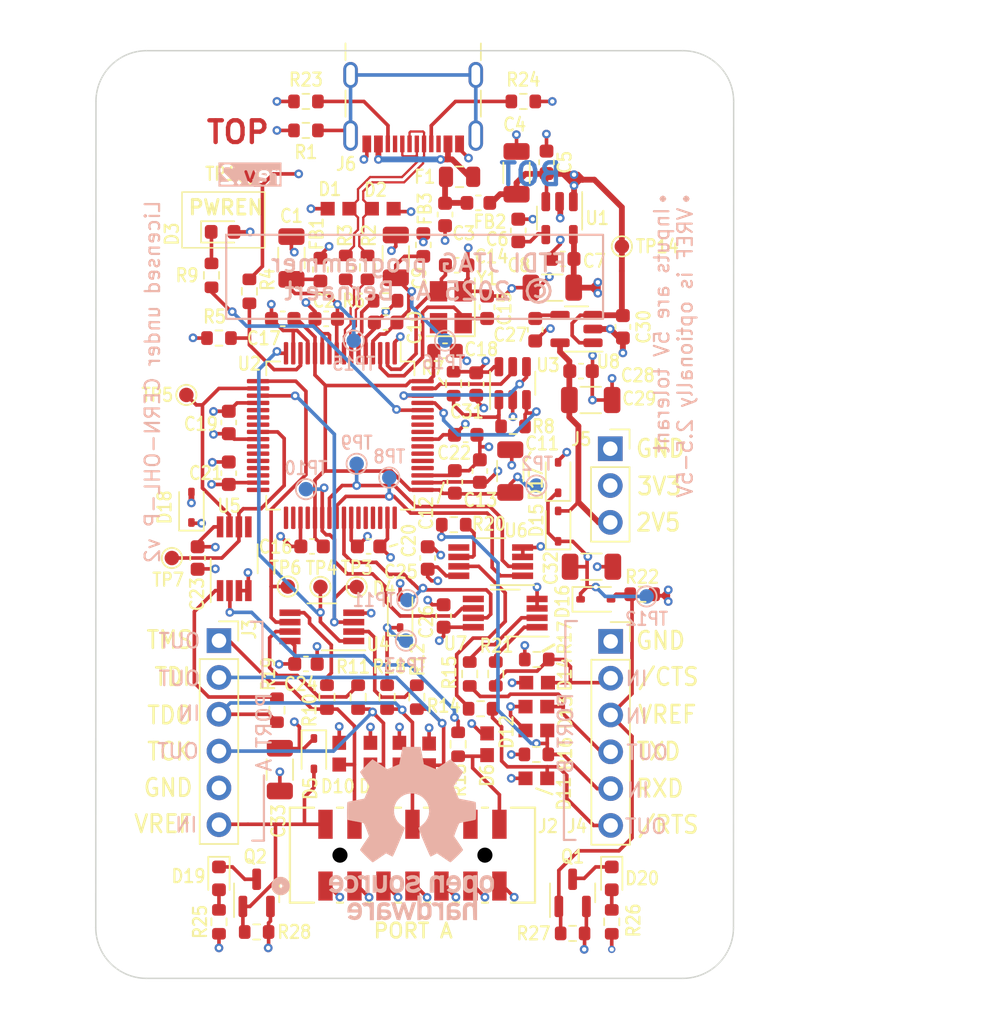
<source format=kicad_pcb>
(kicad_pcb (version 20221018) (generator pcbnew)
  (title_block (title "FTDI JTAG Programmer") (date "2024-10-06") (rev "2"))
  (layers (0 "F.Cu" signal) (1 "In1.Cu" signal) (2 "In2.Cu" signal) (31 "B.Cu" signal) (34 "B.Paste" user) (35 "F.Paste" user) (36 "B.SilkS" user "B.Silkscreen") (37 "F.SilkS" user "F.Silkscreen") (38 "B.Mask" user) (39 "F.Mask" user) (44 "Edge.Cuts" user))
  (net 0 "")
  (net 1 "GND")
  (net 2 "/FTDI/VPHY")
  (net 3 "/FTDI/VPLL")
  (net 4 "Net-(C3-Pad1)")
  (net 5 "/USB_SHIELD")
  (net 6 "Net-(U3-DO)")
  (net 7 "Net-(U1-BP)")
  (net 8 "Net-(U2-OSCI)")
  (net 9 "Net-(U2-OSCO)")
  (net 10 "Net-(U2-~{RESET})")
  (net 11 "Net-(U2-REF)")
  (net 12 "Net-(U2-EEDATA)")
  (net 22 "/JTAG/VIO_JTAG")
  (net 23 "/JTAG/VREF")
  (net 24 "/JTAG/TMS_BUF")
  (net 33 "Net-(U2-EECLK)")
  (net 34 "Net-(U2-EECS)")
  (net 35 "Net-(R10-Pad1)")
  (net 36 "Net-(R11-Pad1)")
  (net 37 "Net-(R12-Pad1)")
  (net 38 "+3V3")
  (net 39 "/FTDI/JTAG_TMS")
  (net 40 "/FTDI/JTAG_TCK")
  (net 41 "/FTDI/JTAG_TDO")
  (net 42 "/FTDI/JTAG_TDI")
  (net 43 "/FTDI/JTAG_SRST")
  (net 44 "/FTDI/UART_RTS")
  (net 45 "/FTDI/UART_RXD")
  (net 47 "Net-(D3-K)")
  (net 48 "/FTDI/UART_TXD")
  (net 49 "Net-(U2-~{PWREN})")
  (net 50 "/FTDI/UART_CTS")
  (net 58 "/JTAG/TDO_CONN")
  (net 59 "/JTAG/TDI_BUF")
  (net 60 "/JTAG/SRST_BUF")
  (net 61 "Net-(R13-Pad1)")
  (net 62 "/JTAG/TCK_BUF")
  (net 64 "/UART/CTS_CONN")
  (net 65 "/UART/TXD_BUF")
  (net 66 "/UART/RXD_CONN")
  (net 67 "/UART/VREF_CONN")
  (net 68 "/UART/RTS_BUF")
  (net 69 "Net-(R14-Pad1)")
  (net 70 "Net-(R15-Pad1)")
  (net 73 "/UART/VIO_UART")
  (net 74 "+1V8")
  (net 75 "Net-(U8-BP)")
  (net 76 "+2V5")
  (net 77 "Net-(R19-Pad1)")
  (net 78 "Net-(R20-Pad1)")
  (net 79 "Net-(R21-Pad1)")
  (net 80 "/VBUS_FILT")
  (net 81 "/Power/VBUS")
  (net 82 "Net-(J6-CC1)")
  (net 84 "Net-(J6-CC2)")
  (net 86 "Net-(D19-A)")
  (net 87 "Net-(D20-A)")
  (net 88 "Net-(D20-K)")
  (net 89 "Net-(D19-K)")
  (net 90 "/USB_D+")
  (net 91 "/USB_D-")
  (net 92 "/FTDI/FTDI_D-")
  (net 93 "/FTDI/FTDI_D+")
  (footprint "LED_SMD:LED_0603_1608Metric" (layer "F.Cu") (at 80 94.6 -90)
    (fp_text reference "D19")
    (fp_text value "LED")
  )
  (footprint "TestPoint:TestPoint_Pad_D1.0mm" (layer "F.Cu") (at 82 46)
    (fp_text reference "TP1")
    (fp_text value "TestPoint")
  )
  (footprint "Diode_SMD:D_SOD-323" (layer "F.Cu") (at 86.55 86 -90)
    (fp_text reference "D5")
    (fp_text value "CUS520,H3F")
  )
  (footprint "Capacitor_SMD:C_1206_3216Metric" (layer "F.Cu") (at 105.65 61.6)
    (fp_text reference "C29")
    (fp_text value "4.7u")
  )
  (footprint "Capacitor_SMD:C_1206_3216Metric" (layer "F.Cu") (at 103 53.848334 180)
    (fp_text reference "C8")
    (fp_text value "4.7u")
  )
  (footprint "PGB1010603MR:DIOC1608X36N" (layer "F.Cu") (at 98.5 85.349455 90)
    (fp_text reference "D6")
    (fp_text value "PGB1010603MR")
  )
  (footprint "Resistor_SMD:R_0603_1608Metric" (layer "F.Cu") (at 100.289653 63.423441)
    (fp_text reference "R8")
    (fp_text value "2.2K")
  )
  (footprint "Resistor_SMD:R_0603_1608Metric" (layer "F.Cu") (at 82.6 98.3 180)
    (fp_text reference "R28")
    (fp_text value "10K")
  )
  (footprint "Diode_SMD:D_SOD-323" (layer "F.Cu") (at 78.1 69 90)
    (fp_text reference "D18")
    (fp_text value "CUS520,H3F")
  )
  (footprint "Resistor_SMD:R_0603_1608Metric" (layer "F.Cu") (at 96.2 70.2 180)
    (fp_text reference "R20")
    (fp_text value "150R")
  )
  (footprint "Capacitor_SMD:C_0603_1608Metric" (layer "F.Cu") (at 78.525 72.5 -90)
    (fp_text reference "C23")
    (fp_text value "100n")
  )
  (footprint "Capacitor_SMD:C_0603_1608Metric" (layer "F.Cu") (at 86.425 71.7 180)
    (fp_text reference "C16")
    (fp_text value "100n")
  )
  (footprint "Resistor_SMD:R_0603_1608Metric" (layer "F.Cu") (at 101.925 79.5 180)
    (fp_text reference "R17")
    (fp_text value "10K")
  )
  (footprint "TestPoint:TestPoint_Pad_D1.0mm" (layer "F.Cu") (at 77.75 61.25)
    (fp_text reference "TP5")
    (fp_text value "TestPoint" hide)
  )
  (footprint "MountingHole:MountingHole_3.2mm_M3" (layer "F.Cu") (at 112 98)
    (fp_text reference "H4" hide)
    (fp_text value "MountingHole")
  )
  (footprint "Resistor_SMD:R_0603_1608Metric" (layer "F.Cu") (at 91.6 82.1 90)
    (fp_text reference "R18")
    (fp_text value "10K")
  )
  (footprint "PGB1010603MR:DIOC1608X36N" (layer "F.Cu") (at 88.3 86 90)
    (fp_text reference "D10")
    (fp_text value "PGB1010603MR")
  )
  (footprint "PGB1010603MR:DIOC1608X36N" (layer "F.Cu") (at 101.9 84.4 180)
    (fp_text reference "D12")
    (fp_text value "PGB1010603MR")
  )
  (footprint "Package_TO_SOT_SMD:SOT-23-6" (layer "F.Cu") (at 100.265953 60.439142 90)
    (fp_text reference "U3")
    (fp_text value "93LC56B")
  )
  (footprint "Capacitor_SMD:C_1206_3216Metric" (layer "F.Cu") (at 84.2 87.1 -90)
    (fp_text reference "C33")
    (fp_text value "4.7u")
  )
  (footprint "Connector_PinSocket_2.54mm:PinSocket_1x06_P2.54mm_Vertical" (layer "F.Cu") (at 80 78.2)
    (fp_text reference "J3")
    (fp_text value "Conn_01x06")
  )
  (footprint "Capacitor_SMD:C_1206_3216Metric" (layer "F.Cu") (at 100.1 66.5 90)
    (fp_text reference "C11")
    (fp_text value "4.7u")
  )
  (footprint "Resistor_SMD:R_0603_1608Metric" (layer "F.Cu") (at 96.190495 60.473821 90)
    (fp_text reference "R7")
    (fp_text value "10K")
  )
  (footprint "Resistor_SMD:R_0603_1608Metric" (layer "F.Cu") (at 99.1 80.5 -90)
    (fp_text reference "R21")
    (fp_text value "150R")
  )
  (footprint "Resistor_SMD:R_0603_1608Metric" (layer "F.Cu") (at 91.5 54.75 180)
    (fp_text reference "R6")
    (fp_text value "12K")
  )
  (footprint "Package_SO:VSSOP-8_3.0x3.0mm_P0.65mm" (layer "F.Cu") (at 99.75 76.3 180)
    (fp_text reference "U7")
    (fp_text value "74LVC3G17")
  )
  (footprint "Capacitor_SMD:C_1206_3216Metric" (layer "F.Cu") (at 92.2 51.691416 90)
    (fp_text reference "C9")
    (fp_text value "4.7u")
  )
  (footprint "Resistor_SMD:R_0603_1608Metric" (layer "F.Cu") (at 88.75 52.45 -90)
    (fp_text reference "R3")
    (fp_text value "10R")
  )
  (footprint "TestPoint:TestPoint_Pad_D1.0mm" (layer "F.Cu") (at 76.75 72.5)
    (fp_text reference "TP7")
    (fp_text value "TestPoint" hide)
  )
  (footprint "Inductor_SMD:L_0603_1608Metric" (layer "F.Cu") (at 87 52.6 -90)
    (fp_text reference "FB1")
    (fp_text value "BLM18AG601SN1D")
  )
  (footprint "Resistor_SMD:R_0603_1608Metric" (layer "F.Cu") (at 101.9 86.05 180)
    (fp_text reference "R16")
    (fp_text value "10K")
  )
  (footprint "Resistor_SMD:R_0603_1608Metric" (layer "F.Cu") (at 84 83 -90)
    (fp_text reference "R19")
    (fp_text value "150R")
  )
  (footprint "Resistor_SMD:R_0603_1608Metric" (layer "F.Cu") (at 89.6 82.099455 -90)
    (fp_text reference "R11")
    (fp_text value "150R")
  )
  (footprint "Crystal:Crystal_SMD_3225-4Pin_3.2x2.5mm" (layer "F.Cu") (at 96 55.2 90)
    (fp_text reference "Y1")
    (fp_text value "RH100-12.000-10-3030-TR")
  )
  (footprint "Resistor_SMD:R_0603_1608Metric" (layer "F.Cu") (at 97.3 80.5 -90)
    (fp_text reference "R15")
    (fp_text value "150R")
  )
  (footprint "Capacitor_SMD:C_1206_3216Metric" (layer "F.Cu") (at 100.531377 45.924513 90)
    (fp_text reference "C4")
    (fp_text value "4.7u")
  )
  (footprint "Resistor_SMD:R_0603_1608Metric" (layer "F.Cu") (at 86 43 180)
    (fp_text reference "R1")
    (fp_text value "0R")
  )
  (footprint "Resistor_SMD:R_0603_1608Metric" (layer "F.Cu") (at 90.25 52.45 -90)
    (fp_text reference "R2")
    (fp_text value "10R")
  )
  (footprint "Package_SO:VSSOP-8_3.0x3.0mm_P0.65mm" (layer "F.Cu") (at 98.75 72.75 180)
    (fp_text reference "U6")
    (fp_text value "74LVC3G17")
  )
  (footprint "Resistor_SMD:R_0603_1608Metric" (layer "F.Cu") (at 104.4 98.4 180)
    (fp_text reference "R27")
    (fp_text value "10K")
  )
  (footprint "Inductor_SMD:L_0603_1608Metric" (layer "F.Cu") (at 97.9 48)
    (fp_text reference "FB2")
    (fp_text value "BLM18AG601SN1D")
  )
  (footprint "Capacitor_SMD:C_0603_1608Metric" (layer "F.Cu") (at 98 66.5 90)
    (fp_text reference "C13")
    (fp_text value "100n")
  )
  (footprint "Capacitor_SMD:C_0603_1608Metric" (layer "F.Cu") (at 102.6 45.2 90)
    (fp_text reference "C5")
    (fp_text value "100n")
  )
  (footprint "Capacitor_SMD:C_0603_1608Metric" (layer "F.Cu") (at 103.718177 51.867744 180)
    (fp_text reference "C7")
    (fp_text value "100n")
  )
  (footprint "Fuse:Fuse_0805_2012Metric" (layer "F.Cu") (at 96.6 46.2 180)
    (fp_text reference "F1")
    (fp_text value "0805L075SLYR")
  )
  (footprint "Capacitor_SMD:C_0603_1608Metric" (layer "F.Cu") (at 95.6 58.2)
    (fp_text reference "C18")
    (fp_text value "100n")
  )
  (footprint "Capacitor_SMD:C_0603_1608Metric" (layer "F.Cu") (at 87.4 56 180)
    (fp_text reference "C2")
    (fp_text value "100n")
  )
  (footprint "TestPoint:TestPoint_Pad_D1.0mm" (layer "F.Cu") (at 89.5 74.5)
    (fp_text reference "TP3")
    (fp_text value "TestPoint" hide)
  )
  (footprint "Resistor_SMD:R_0603_1608Metric" (layer "F.Cu") (at 101 41)
    (fp_text reference "R24")
    (fp_text value "5K1")
  )
  (footprint "MountingHole:MountingHole_3.2mm_M3" (layer "F.Cu") (at 75 41)
    (fp_text reference "H1" hide)
    (fp_text value "MountingHole")
  )
  (footprint "Capacitor_SMD:C_0603_1608Metric" (layer "F.Cu") (at 84.4 56 180)
    (fp_text reference "C17")
    (fp_text value "100n")
  )
  (footprint "Capacitor_SMD:C_0603_1608Metric" (layer "F.Cu") (at 101.819783 56.75 -90)
    (fp_text reference "C27")
    (fp_text value "10n")
  )
  (footprint "Connector_PinSocket_2.54mm:PinSocket_1x03_P2.54mm_Vertical" (layer "F.Cu") (at 107 64.96)
    (fp_text reference "J5")
    (fp_text value "Conn_01x03")
  )
  (footprint "Resistor_SMD:R_0603_1608Metric" (layer "F.Cu") (at 96.5 85.349455 -90)
    (fp_text reference "R13")
    (fp_text value "150R")
  )
  (footprint "Capacitor_SMD:C_0603_1608Metric" (layer "F.Cu") (at 97.025 64)
    (fp_text reference "C22")
    (fp_text value "100n")
  )
  (footprint "PGB1010603MR:DIOC1608X36N" (layer "F.Cu") (at 101.9 82.75 180)
    (fp_text reference "D13")
    (fp_text value "PGB1010603MR")
  )
  (footprint "TestPoint:TestPoint_Pad_D1.0mm" (layer "F.Cu") (at 87 74.493317)
    (fp_text reference "TP4")
    (fp_text value "TestPoint" hide)
  )
  (footprint "Capacitor_SMD:C_0603_1608Metric" (layer "F.Cu") (at 94.4 72.5 90)
    (fp_text reference "C25")
    (fp_text value "100n")
  )
  (footprint "Package_TO_SOT_SMD:SOT-23" (layer "F.Cu") (at 104.4 95.6 90)
    (fp_text reference "Q1")
    (fp_text value "BSS123")
  )
  (footprint "PGB1010603MR:DIOC1608X36N" (layer "F.Cu") (at 91.3 48.4)
    (fp_text reference "D2")
    (fp_text value "PGB1010603MR")
  )
  (footprint "Capacitor_SMD:C_0603_1608Metric" (layer "F.Cu") (at 80.675 66.65 90)
    (fp_text reference "C21")
    (fp_text value "100n")
  )
  (footprint "Package_SO:VSSOP-8_3.0x3.0mm_P0.65mm" (layer "F.Cu") (at 81.05 72.55 90)
    (fp_text reference "U5")
    (fp_text value "74LVC3G17")
  )
  (footprint "Connector_PinSocket_2.54mm:PinSocket_1x06_P2.54mm_Vertical" (layer "F.Cu") (at 107.025 78.25)
    (fp_text reference "J4")
    (fp_text value "Conn_01x06")
  )
  (footprint "Capacitor_SMD:C_0603_1608Metric" (layer "F.Cu") (at 100.65 49.9 90)
    (fp_text reference "C6")
    (fp_text value "10n")
  )
  (footprint "Resistor_SMD:R_0603_1608Metric" (layer "F.Cu") (at 93.65 82.100545 -90)
    (fp_text reference "R12")
    (fp_text value "150R")
  )
  (footprint "Resistor_SMD:R_0603_1608Metric" (layer "F.Cu") (at 80 57.325817)
    (fp_text reference "R5")
    (fp_text value "10K")
  )
  (footprint "Package_SO:VSSOP-8_3.0x3.0mm_P0.65mm" (layer "F.Cu") (at 87.1 77.25 180)
    (fp_text reference "U4")
    (fp_text value "74LVC3G17")
  )
  (footprint "PGB1010603MR:DIOC1608X36N" (layer "F.Cu") (at 92.45 86 90)
    (fp_text reference "D8")
    (fp_text value "PGB1010603MR")
  )
  (footprint "Capacitor_SMD:C_1206_3216Metric" (layer "F.Cu") (at 85 51.8 90)
    (fp_text reference "C1")
    (fp_text value "4.7u")
  )
  (footprint "Resistor_SMD:R_0603_1608Metric" (layer "F.Cu") (at 86 41 180)
    (fp_text reference "R23")
    (fp_text value "5K1")
  )
  (footprint "PGB1010603MR:DIOC1608X36N" (layer "F.Cu") (at 101.9 87.7 180)
    (fp_text reference "D11")
    (fp_text value "PGB1010603MR")
  )
  (footprint "Capacitor_SMD:C_0603_1608Metric" (layer "F.Cu") (at 95.5 76.5 90)
    (fp_text reference "C26")
    (fp_text value "100n")
  )
  (footprint "Package_QFP:LQFP-64_10x10mm_P0.5mm" (layer "F.Cu") (at 88.375 64.05 -90)
    (fp_text reference "U2")
    (fp_text value "FT2232HL")
  )
  (footprint "MountingHole:MountingHole_3.2mm_M3" (layer "F.Cu") (at 112 41)
    (fp_text reference "H2" hide)
    (fp_text value "MountingHole")
  )
  (footprint "Resistor_SMD:R_0603_1608Metric" (layer "F.Cu") (at 98.05 82.9)
    (fp_text reference "R14")
    (fp_text value "150R")
  )
  (footprint "Capacitor_SMD:C_0603_1608Metric" (layer "F.Cu") (at 98.5 55.2 90)
    (fp_text reference "C15")
    (fp_text value "10p")
  )
  (footprint "Package_TO_SOT_SMD:SOT-23" (layer "F.Cu") (at 82.6 95.6 90)
    (fp_text reference "Q2")
    (fp_text value "BSS123")
  )
  (footprint "TestPoint:TestPoint_Pad_D1.0mm" (layer "F.Cu") (at 107.8 51)
    (fp_text reference "TP14")
    (fp_text value "TestPoint")
  )
  (footprint "Capacitor_SMD:C_0603_1608Metric" (layer "F.Cu") (at 91.5 56.25 180)
    (fp_text reference "C10")
    (fp_text value "100n")
  )
  (footprint "Diode_SMD:D_SOD-323" (layer "F.Cu") (at 92.5 76.25 90)
    (fp_text reference "D4")
    (fp_text value "CUS520,H3F")
  )
  (footprint "Capacitor_SMD:C_0603_1608Metric" (layer "F.Cu") (at 96.275 67.25 90)
    (fp_text reference "C12")
    (fp_text value "100n")
  )
  (footprint "Resistor_SMD:R_0603_1608Metric" (layer "F.Cu") (at 107.1 97.6 90)
    (fp_text reference "R26")
    (fp_text value "100R")
  )
  (footprint "Resistor_SMD:R_0603_1608Metric" (layer "F.Cu") (at 80 97.6 90)
    (fp_text reference "R25")
    (fp_text value "100R")
  )
  (footprint "Diode_SMD:D_SOD-323" (layer "F.Cu") (at 106 75.35)
    (fp_text reference "D16")
    (fp_text value "CUS520,H3F")
  )
  (footprint "PGB1010603MR:DIOC1608X36N" (layer "F.Cu") (at 94.5 86.050545 90)
    (fp_text reference "D7")
    (fp_text value "PGB1010603MR")
  )
  (footprint "Resistor_SMD:R_0603_1608Metric" (layer "F.Cu") (at 109.2 75 180)
    (fp_text reference "R22")
    (fp_text value "0R")
  )
  (footprint "Capacitor_SMD:C_0603_1608Metric" (layer "F.Cu") (at 96.4 52.3)
    (fp_text reference "C14")
    (fp_text value "10p")
  )
  (footprint "Package_TO_SOT_SMD:SOT-23-5" (layer "F.Cu") (at 103.5 49.05 -90)
    (fp_text reference "U1")
    (fp_text value "LP2985-3.3")
  )
  (footprint "LED_SMD:LED_0603_1608Metric" (layer "F.Cu") (at 107.1 94.6 -90)
    (fp_text reference "D20")
    (fp_text value "LED")
  )
  (footprint "Capacitor_SMD:C_0603_1608Metric" (layer "F.Cu") (at 104.982063 59.605564)
    (fp_text reference "C28")
    (fp_text value "100n")
  )
  (footprint "LED_SMD:LED_0603_1608Metric" (layer "F.Cu") (at 80.25 50)
    (fp_text reference "D3")
    (fp_text value "LED")
  )
  (footprint "PGB1010603MR:DIOC1608X36N" (layer "F.Cu") (at 90.45 86 90)
    (fp_text reference "D9")
    (fp_text value "PGB1010603MR")
  )
  (footprint "Capacitor_SMD:C_0603_1608Metric" (layer "F.Cu") (at 95.6 48.8 -90)
    (fp_text reference "C3")
    (fp_text value "10n")
  )
  (footprint "Capacitor_SMD:C_0603_1608Metric" (layer "F.Cu") (at 97.75 60.5 -90)
    (fp_text reference "C31")
    (fp_text value "100n")
  )
  (footprint "Resistor_SMD:R_0603_1608Metric" (layer "F.Cu") (at 79.483226 53 90)
    (fp_text reference "R9")
    (fp_text value "100R")
  )
  (footprint "Capacitor_SMD:C_1206_3216Metric" (layer "F.Cu") (at 105.7 73.1)
    (fp_text reference "C32")
    (fp_text value "4.7u")
  )
  (footprint "Diode_SMD:D_SOD-323" (layer "F.Cu") (at 103.4 70.3 90)
    (fp_text reference "D15")
    (fp_text value "CUS520,H3F")
  )
  (footprint "Capacitor_SMD:C_0603_1608Metric" (layer "F.Cu") (at 107.869783 56.55 -90)
    (fp_text reference "C30")
    (fp_text value "100n")
  )
  (footprint "PGB1010603MR:DIOC1608X36N" (layer "F.Cu") (at 88.25 48.4 180)
    (fp_text reference "D1")
    (fp_text value "PGB1010603MR")
  )
  (footprint "878325623:CONN_87832-5623_MOL" (layer "F.Cu") (at 93.35 93)
    (fp_text reference "J2")
    (fp_text value "878325623")
  )
  (footprint "Capacitor_SMD:C_0603_1608Metric" (layer "F.Cu") (at 86 79.806005)
    (fp_text reference "C24")
    (fp_text value "100n")
  )
  (footprint "Connector_USB:USB_C_Receptacle_GCT_USB4105-xx-A_16P_TopMnt_Horizontal" (layer "F.Cu") (at 93.4 40.25 180)
    (fp_text reference "J6")
    (fp_text value "USB_C_Receptacle_USB2.0")
  )
  (footprint "PGB1010603MR:DIOC1608X36N" (layer "F.Cu") (at 101.95 81.099455 180)
    (fp_text reference "D14")
    (fp_text value "PGB1010603MR")
  )
  (footprint "Inductor_SMD:L_0603_1608Metric" (layer "F.Cu") (at 94.1 50.9 -90)
    (fp_text reference "FB3")
    (fp_text value "BLM18AG601SN1D")
  )
  (footprint "MountingHole:MountingHole_3.2mm_M3" (layer "F.Cu") (at 75 98)
    (fp_text reference "H3" hide)
    (fp_text value "MountingHole")
  )
  (footprint "Diode_SMD:D_SOD-323" (layer "F.Cu") (at 103.4 66.95 90)
    (fp_text reference "D17")
    (fp_text value "CUS520,H3F")
  )
  (footprint "Resistor_SMD:R_0603_1608Metric" (layer "F.Cu") (at 87.45 82.099455 -90)
    (fp_text reference "R10")
    (fp_text value "150R")
  )
  (footprint "Resistor_SMD:R_0603_1608Metric" (layer "F.Cu") (at 82.1 54.1 -90)
    (fp_text reference "R4")
    (fp_text value "15K")
  )
  (footprint "TestPoint:TestPoint_Pad_D1.0mm" (layer "F.Cu") (at 84.75 74.467577)
    (fp_text reference "TP6")
    (fp_text value "TestPoint" hide)
  )
  (footprint "Capacitor_SMD:C_0603_1608Metric" (layer "F.Cu") (at 80.675 63.15 -90)
    (fp_text reference "C19")
    (fp_text value "100n")
  )
  (footprint "Capacitor_SMD:C_0603_1608Metric" (layer "F.Cu") (at 90.325 71.7)
    (fp_text reference "C20")
    (fp_text value "100n")
  )
  (footprint "Package_TO_SOT_SMD:SOT-23-5" (layer "F.Cu") (at 104.669783 56.7 180)
    (fp_text reference "U8")
    (fp_text value "LP2985-2.5")
  )
  (footprint "TestPoint:TestPoint_Pad_D1.0mm" (layer "B.Cu") (at 89.5 66 180)
    (fp_text reference "TP9")
    (fp_text value "TestPoint")
  )
  (footprint "TestPoint:TestPoint_Pad_D1.0mm" (layer "B.Cu") (at 86 67.75 180)
    (fp_text reference "TP10")
    (fp_text value "TestPoint")
  )
  (footprint "TestPoint:TestPoint_Pad_D1.0mm" (layer "B.Cu") (at 91.75 66.951451 180)
    (fp_text reference "TP8")
    (fp_text value "TestPoint")
  )
  (footprint "TestPoint:TestPoint_Pad_D1.0mm" (layer "B.Cu") (at 92.9 78.2 -90)
    (fp_text reference "TP13")
    (fp_text value "TestPoint")
  )
  (footprint "TestPoint:TestPoint_Pad_D1.0mm" (layer "B.Cu") (at 101.9 67.5 90)
    (fp_text reference "TP2")
    (fp_text value "TestPoint")
  )
  (footprint "TestPoint:TestPoint_Pad_D1.0mm" (layer "B.Cu") (at 89.3 57.5 180)
    (fp_text reference "TP15")
    (fp_text value "TestPoint")
  )
  (footprint "Symbol:OSHW-Logo_11.4x12mm_SilkScreen" (layer "B.Cu") (at 93.3 91.5 180)
    (fp_text reference "REF**" hide)
    (fp_text value "OSHW-Logo_11.4x12mm_SilkScreen" hide)
  )
  (footprint "TestPoint:TestPoint_Pad_D1.0mm" (layer "B.Cu") (at 95.6 57.5 180)
    (fp_text reference "TP16")
    (fp_text value "TestPoint")
  )
  (footprint "TestPoint:TestPoint_Pad_D1.0mm" (layer "B.Cu") (at 93 75.4 180)
    (fp_text reference "TP11")
    (fp_text value "TestPoint")
  )
  (footprint "TestPoint:TestPoint_Pad_D1.0mm" (layer "B.Cu") (at 109.5 75.15 180)
    (fp_text reference "TP12")
    (fp_text value "TestPoint")
  )
  (gr_line (start 103.9 76.85) (end 104.7 76.85) (stroke (width 0.15)) (layer "B.SilkS"))
  (gr_line (start 83.1 87.5) (end 83.1 92) (stroke (width 0.15)) (layer "B.SilkS"))
  (gr_line (start 83 76.9) (end 82.2 76.9) (stroke (width 0.15)) (layer "B.SilkS"))
  (gr_line (start 103.8 87.45) (end 103.8 91.95) (stroke (width 0.15)) (layer "B.SilkS"))
  (gr_rect (start 80.5 50.2) (end 106.5 56) (stroke (width 0.15)) (fill none) (layer "B.SilkS"))
  (gr_line (start 83.1 92) (end 82.3 92) (stroke (width 0.15)) (layer "B.SilkS"))
  (gr_line (start 103.8 91.95) (end 104.6 91.95) (stroke (width 0.15)) (layer "B.SilkS"))
  (gr_line (start 103.9 81.35) (end 103.9 76.85) (stroke (width 0.15)) (layer "B.SilkS"))
  (gr_line (start 83 81.4) (end 83 76.9) (stroke (width 0.15)) (layer "B.SilkS"))
  (gr_line (start 92.3 71.55) (end 91.8 71.7) (stroke (width 0.15)) (layer "F.SilkS"))
  (gr_line (start 95.2 60.1) (end 95.5 60.5) (stroke (width 0.15)) (layer "F.SilkS"))
  (gr_rect (start 77.45 47.25) (end 83.15 51.1) (stroke (width 0.1)) (fill none) (layer "F.SilkS"))
  (gr_line (start 102.353428 78.928964) (end 103.11096 78.488172) (stroke (width 0.2)) (layer "F.SilkS"))
  (gr_line (start 95.1 68.7) (end 95.5 67.3) (stroke (width 0.15)) (layer "F.SilkS"))
  (gr_line (start 101.5 65.2) (end 101.16 65.788748) (stroke (width 0.15)) (layer "F.SilkS"))
  (gr_line (start 103 88.8) (end 101.9 88.4) (stroke (width 0.15)) (layer "F.SilkS"))
  (gr_arc (start 71.512473 41.000013) (mid 72.528758 38.533975) (end 74.987437 37.500013) (stroke (width 0.1)) (layer "Edge.Cuts"))
  (gr_line (start 112 101.5) (end 75 101.5) (stroke (width 0.1)) (layer "Edge.Cuts"))
  (gr_line (start 74.987437 37.500013) (end 112 37.499987) (stroke (width 0.1)) (layer "Edge.Cuts"))
  (gr_arc (start 75 101.5) (mid 72.525126 100.474874) (end 71.5 98) (stroke (width 0.1)) (layer "Edge.Cuts"))
  (gr_arc (start 115.499974 98) (mid 114.474857 100.474865) (end 112 101.5) (stroke (width 0.1)) (layer "Edge.Cuts"))
  (gr_line (start 71.5 98) (end 71.512473 41.000013) (stroke (width 0.1)) (layer "Edge.Cuts"))
  (gr_line (start 115.512563 41.000013) (end 115.499974 98) (stroke (width 0.1)) (layer "Edge.Cuts"))
  (gr_arc (start 112 37.499987) (mid 114.483009 38.520676) (end 115.512585 41.000013) (stroke (width 0.1)) (layer "Edge.Cuts"))
  (gr_text "TOP" (at 79 44) (layer "F.Cu") (effects (font (size 1.5 1.5) (thickness 0.3) bold) (justify left bottom)))
  (gr_text "BOT" (at 103.8 46.9) (layer "B.Cu") (effects (font (size 1.5 1.5) (thickness 0.3) bold) (justify left bottom mirror)))
  (gr_text "•Inputs are 5V tolerant\n•VREF is optionally 2.5-5V" (at 112.75 47 90) (layer "B.SilkS") (effects (font (size 1 1)) (justify left bottom mirror)))
  (gr_text "OUT" (at 78.8 78.8) (layer "B.SilkS") (effects (font (size 1 1)) (justify left bottom mirror)))
  (gr_text "rev.${REVISION}" (at 84.5 46.8) (layer "B.SilkS" knockout) (effects (font (size 1.2 1.2) (thickness 0.2) bold) (justify left bottom mirror)))
  (gr_text "OUT" (at 110.975 91.6) (layer "B.SilkS") (effects (font (size 1 1)) (justify left bottom mirror)))
  (gr_text "PORT B" (at 104.5 81.7 90) (layer "B.SilkS") (effects (font (size 1 1)) (justify left bottom mirror)))
  (gr_text "Licensed under CERN-OHL-P v2" (at 76 47.75 90) (layer "B.SilkS") (effects (font (size 1 1)) (justify left bottom mirror)))
  (gr_text "IN" (at 109.675 84) (layer "B.SilkS") (effects (font (size 1 1)) (justify left bottom mirror)))
  (gr_text "PORT A" (at 83.7 81.7 90) (layer "B.SilkS") (effects (font (size 1 1)) (justify left bottom mirror)))
  (gr_text "IN" (at 78.6 91.5) (layer "B.SilkS") (effects (font (size 1 1)) (justify left bottom mirror)))
  (gr_text "OUT" (at 78.8 81.4) (layer "B.SilkS") (effects (font (size 1 1)) (justify left bottom mirror)))
  (gr_text "FTDI JTAG programmer\n© 2025 A. Bernaert" (at 93.8 54.8) (layer "B.SilkS") (effects (font (size 1.2 1.2) (thickness 0.2) bold) (justify bottom mirror)))
  (gr_text "OUT" (at 111.075 86.5) (layer "B.SilkS") (effects (font (size 1 1)) (justify left bottom mirror)))
  (gr_text "OUT" (at 78.7 86.4) (layer "B.SilkS") (effects (font (size 1 1)) (justify left bottom mirror)))
  (gr_text "IN" (at 78.8 83.8) (layer "B.SilkS") (effects (font (size 1 1)) (justify left bottom mirror)))
  (gr_text "IN" (at 109.775 89.1) (layer "B.SilkS") (effects (font (size 1 1)) (justify left bottom mirror)))
  (gr_text "IN" (at 109.675 81.4) (layer "B.SilkS") (effects (font (size 1 1)) (justify left bottom mirror)))
  (gr_text "/RTS" (at 108.825 91.6) (layer "F.SilkS") (effects (font (size 1.2 1.1) (thickness 0.18) bold) (justify left bottom)))
  (gr_text "TCK" (at 74.95 86.55) (layer "F.SilkS") (effects (font (size 1.2 1.1) (thickness 0.18) bold) (justify left bottom)))
  (gr_text "PORT A" (at 93.4 98.8) (layer "F.SilkS") (effects (font (size 1 1) (thickness 0.18) bold) (justify bottom)))
  (gr_text "PWREN" (at 77.8 48.9) (layer "F.SilkS") (effects (font (size 1 1) (thickness 0.2) bold) (justify left bottom)))
  (gr_text "TMS" (at 74.9 78.85) (layer "F.SilkS") (effects (font (size 1.2 1.1) (thickness 0.18) bold) (justify left bottom)))
  (gr_text "TDO" (at 74.95 84.05) (layer "F.SilkS") (effects (font (size 1.2 1.1) (thickness 0.18) bold) (justify left bottom)))
  (gr_text "/CTS" (at 108.825 81.4) (layer "F.SilkS") (effects (font (size 1.2 1.1) (thickness 0.18) bold) (justify left bottom)))
  (gr_text "RXD" (at 108.675 89.1) (layer "F.SilkS") (effects (font (size 1.2 1.1) (thickness 0.18) bold) (justify left bottom)))
  (gr_text "2V5" (at 108.673497 70.746409) (layer "F.SilkS") (effects (font (size 1.2 1.1) (thickness 0.18) bold) (justify left bottom)))
  (gr_text "TDI" (at 75.45 81.4) (layer "F.SilkS") (effects (font (size 1.2 1.1) (thickness 0.18) bold) (justify left bottom)))
  (gr_text "TXD" (at 108.725 86.55) (layer "F.SilkS") (effects (font (size 1.2 1.1) (thickness 0.18) bold) (justify left bottom)))
  (gr_text "3V3" (at 108.75 68.247312) (layer "F.SilkS") (effects (font (size 1.2 1.1) (thickness 0.18) bold) (justify left bottom)))
  (gr_text "GND" (at 74.7 89.05) (layer "F.SilkS") (effects (font (size 1.2 1.1) (thickness 0.18) bold) (justify left bottom)))
  (gr_text "GND" (at 108.669258 65.65) (layer "F.SilkS") (effects (font (size 1.2 1.1) (thickness 0.18) bold) (justify left bottom)))
  (gr_text "VREF" (at 108.825 84) (layer "F.SilkS") (effects (font (size 1.2 1.1) (thickness 0.18) bold) (justify left bottom)))
  (gr_text "GND" (at 108.675 78.9) (layer "F.SilkS") (effects (font (size 1.2 1.1) (thickness 0.18) bold) (justify left bottom)))
  (gr_text "VREF" (at 74.05 91.55) (layer "F.SilkS") (effects (font (size 1.2 1.1) (thickness 0.18) bold) (justify left bottom)))
  (segment (start 85.175 43) (end 84 43) (width 0.25) (layer "F.Cu") (net 1))
  (segment (start 94.5 84.220178) (end 94.496944 84.217122) (width 0.25) (layer "F.Cu") (net 1))
  (segment (start 97.175 51.125) (end 97.2 51.1) (width 0.25) (layer "F.Cu") (net 1))
  (segment (start 105.225 98.4) (end 105.225 99.475) (width 0.25) (layer "F.Cu") (net 1))
  (segment (start 91.51461 55.51461) (end 91.512135 55.51461) (width 0.25) (layer "F.Cu") (net 1))
  (segment (start 102.8 53.1) (end 102.051666 53.848334) (width 0.25) (layer "F.Cu") (net 1))
  (segment (start 83.55 97.55) (end 83.55 96.5375) (width 0.25) (layer "F.Cu") (net 1))
  (segment (start 94.05 66.8) (end 95.95 66.8) (width 0.25) (layer "F.Cu") (net 1))
  (segment (start 97.2 53.2) (end 97.175 53.175) (width 0.25) (layer "F.Cu") (net 1))
  (segment (start 90.357456 95.907556) (end 89.35 94.9001) (width 0.25) (layer "F.Cu") (net 1))
  (segment (start 100.531377 44.449513) (end 100.531377 43.300887) (width 0.25) (layer "F.Cu") (net 1))
  (segment (start 107.125 61.6) (end 107.125 60.109101) (width 0.25) (layer "F.Cu") (net 1))
  (segment (start 79.663943 63.925) (end 79.621734 63.967209) (width 0.25) (layer "F.Cu") (net 1))
  (segment (start 100.119998 82.749745) (end 100.119998 83.369998) (width 0.25) (layer "F.Cu") (net 1))
  (segment (start 88.3 85.25) (end 88.3 84.128529) (width 0.25) (layer "F.Cu") (net 1))
  (segment (start 96.275 66.475) (end 97.25 66.475) (width 0.25) (layer "F.Cu") (net 1))
  (segment (start 100.251666 53.848334) (end 101.525 53.848334) (width 0.25) (layer "F.Cu") (net 1))
  (segment (start 101.647331 49.125) (end 101.650727 49.121604) (width 0.25) (layer "F.Cu") (net 1))
  (segment (start 105.35 96.5375) (end 105.35 98.275) (width 0.25) (layer "F.Cu") (net 1))
  (segment (start 97.05 54.1) (end 97.05 53.35) (width 0.25) (layer "F.Cu") (net 1))
  (segment (start 80.675 63.925) (end 81.05 64.3) (width 0.25) (layer "F.Cu") (net 1))
  (segment (start 105.225 99.475) (end 105.2 99.5) (width 0.25) (layer "F.Cu") (net 1))
  (segment (start 95.35 57.175) (end 96.375 58.2) (width 0.25) (layer "F.Cu") (net 1))
  (segment (start 97.175 53.175) (end 97.175 52.3) (width 0.25) (layer "F.Cu") (net 1))
  (segment (start 101.2 81.099455) (end 100.231943 81.099455) (width 0.25) (layer "F.Cu") (net 1))
  (segment (start 105.770931 61.60377) (end 105.757063 61.589902) (width 0.25) (layer "F.Cu") (net 1))
  (segment (start 101.95 74.505634) (end 101.95 75.325) (width 0.25) (layer "F.Cu") (net 1))
  (segment (start 90.825 56.25) (end 91.5375 55.5375) (width 0.25) (layer "F.Cu") (net 1))
  (segment (start 85.112523 56.8) (end 84.425 56.8) (width 0.25) (layer "F.Cu") (net 1))
  (segment (start 83.625 56) (end 83.625 55.004262) (width 0.25) (layer "F.Cu") (net 1))
  (segment (start 91.625 71.175) (end 91.625 69.725) (width 0.25) (layer "F.Cu") (net 1))
  (segment (start 87.125 58.375) (end 87.125 57.025) (width 0.25) (layer "F.Cu") (net 1))
  (segment (start 78.224778 57.325817) (end 78.208534 57.309573) (width 0.25) (layer "F.Cu") (net 1))
  (segment (start 95.3 72.3) (end 94.575 71.575) (width 0.25) (layer "F.Cu") (net 1))
  (segment (start 87.625 57.125) (end 87.525 57.025) (width 0.25) (layer "F.Cu") (net 1))
  (segment (start 98.5 84.599455) (end 98.115783 84.599455) (width 0.25) (layer "F.Cu") (net 1))
  (segment (start 80.675 63.925) (end 79.663943 63.925) (width 0.25) (layer "F.Cu") (net 1))
  (segment (start 92.352392 95.900027) (end 91.349999 94.897634) (width 0.25) (layer "F.Cu") (net 1))
  (segment (start 85.125 58.375) (end 85.125 56.812477) (width 0.25) (layer "F.Cu") (net 1))
  (segment (start 86.125 57.534315) (end 85.390685 56.8) (width 0.25) (layer "F.Cu") (net 1))
  (segment (start 98 65.725) (end 98 64.827827) (width 0.25) (layer "F.Cu") (net 1))
  (segment (start 87.525 57.025) (end 87.125 57.025) (width 0.25) (layer "F.Cu") (net 1))
  (segment (start 82.025 74.75) (end 82.025 73.525) (width 0.25) (layer "F.Cu") (net 1))
  (segment (start 100.119998 82.749745) (end 100.120253 82.75) (width 0.25) (layer "F.Cu") (net 1))
  (segment (start 100.531377 43.300887) (end 100.523842 43.293352) (width 0.25) (layer "F.Cu") (net 1))
  (segment (start 82.025 73.525) (end 82 73.5) (width 0.25) (layer "F.Cu") (net 1))
  (segment (start 100.369776 95.900027) (end 99.350001 94.880252) (width 0.25) (layer "F.Cu") (net 1))
  (segment (start 107.125 60.109101) (end 107.121365 60.105466) (width 0.25) (layer "F.Cu") (net 1))
  (segment (start 86.625 56.525) (end 86.625 56) (width 0.25) (layer "F.Cu") (net 1))
  (segment (start 90.45 85.25) (end 90.45 84.160923) (width 0.25) (layer "F.Cu") (net 1))
  (segment (start 84.2 88.575) (end 84.2 87.25) (width 0.25) (layer "F.Cu") (net 1))
  (segment (start 102.943177 51.867744) (end 102.943177 51.456823) (width 0.25) (layer "F.Cu") (net 1))
  (segment (start 87.625 58.375) (end 87.625 57.125) (width 0.25) (layer "F.Cu") (net 1))
  (segment (start 100.65 49.125) (end 101.647331 49.125) (width 0.25) (layer "F.Cu") (net 1))
  (segment (start 103.549752 50.850248) (end 103.549752 50.544578) (width 0.25) (layer "F.Cu") (net 1))
  (segment (start 83.425 99.375) (end 83.4 99.4) (width 0.25) (layer "F.Cu") (net 1))
  (segment (start 105.35 98.275) (end 105.225 98.4) (width 0.25) (layer "F.Cu") (net 1))
  (segment (start 91.5375 55.5375) (end 91.51461 55.51461) (width 0.25) (layer "F.Cu") (net 1))
  (segment (start 94.725 75.725) (end 95.5 75.725) (width 0.25) (layer "F.Cu") (net 1))
  (segment (start 105.770931 61.60377) (end 105.774701 61.6) (width 0.25) (layer "F.Cu") (net 1))
  (segment (start 97.25 66.475) (end 98 65.725) (width 0.25) (layer "F.Cu") (net 1))
  (segment (start 102.943177 51.456823) (end 103.549752 50.850248) (width 0.25) (layer "F.Cu") (net 1))
  (segment (start 86.125 58.375) (end 86.125 57.534315) (width 0.25) (layer "F.Cu") (net 1))
  (segment (start 105.775 59.374083) (end 105.775 58.537053) (width 0.25) (layer "F.Cu") (net 1))
  (segment (start 103.55 49.042199) (end 103.544876 49.047323) (width 0.25) (layer "F.Cu") (net 1))
  (segment (start 83.625 55.004262) (end 83.610986 54.990248) (width 0.25) (layer "F.Cu") (net 1))
  (segment (start 102.6 44.425) (end 102.6 43.256182) (width 0.25) (layer "F.Cu") (net 1))
  (segment (start 79.564476 65.875) (end 79.541363 65.898113) (width 0.25) (layer "F.Cu") (net 1))
  (segment (start 97.175 52.3) (end 97.175 51.125) (width 0.25) (layer "F.Cu") (net 1))
  (segment (start 94.5 85.300545) (end 94.5 84.220178) (width 0.25) (layer "F.Cu") (net 1))
  (segment (start 101.944366 74.5) (end 101.95 74.505634) (width 0.25) (layer "F.Cu") (net 1))
  (segment (start 81.05 64.3) (end 82.7 64.3) (width 0.25) (layer "F.Cu") (net 1))
  (segment (start 95.95 66.8) (end 96.275 66.475) (width 0.25) (layer "F.Cu") (net 1))
  (segment (start 90.125 58.375) (end 90.125 57.284188) (width 0.25) (layer "F.Cu") (net 1))
  (segment (start 84.425 56.8) (end 83.625 56) (width 0.25) (layer "F.Cu") (net 1))
  (segment (start 100.265953 62.735278) (end 100.286428 62.755753) (width 0.25) (layer "F.Cu") (net 1))
  (segment (start 97.05 54.1) (end 98.375 54.1) (width 0.25) (layer "F.Cu") (net 1))
  (segment (start 103.55 47.8625) (end 103.55 49.042199) (width 0.4) (layer "F.Cu") (net 1))
  (segment (start 107.869783 58.35) (end 107.869783 57.325) (width 0.4) (layer "F.Cu") (net 1))
  (segment (start 100.171121 87.7) (end 100.170982 87.699861) (width 0.25) (layer "F.Cu") (net 1))
  (segment (start 90.725 56.684188) (end 90.725 56.25) (width 0.25) (layer "F.Cu") (net 1))
  (segment (start 86.625 55.4995) (end 86 54.8745) (width 0.25) (layer "F.Cu") (net 1))
  (segment (start 88.3 84.128529) (end 88.295867 84.124396) (width 0.25) (layer "F.Cu") (net 1))
  (segment (start 91.1 71.7) (end 91.625 71.175) (width 0.25) (layer "F.Cu") (net 1))
  (segment (start 81.375 74.75) (end 82.025 74.75) (width 0.25) (layer "F.Cu") (net 1))
  (segment (start 100.119998 83.369998) (end 101.15 84.4) (width 0.25) (layer "F.Cu") (net 1))
  (segment (start 99.675 54.425) (end 98.7 54.425) (width 0.25) (layer "F.Cu") (net 1))
  (segment (start 100.231943 81.099455) (end 100.2245 81.106898) (width 0.25) (layer "F.Cu") (net 1))
  (segment (start 96.6 43.93) (end 96.6 44.287375) (width 0.25) (layer "F.Cu") (net 1))
  (segment (start 83.425 98.3) (end 83.425 99.375) (width 0.25) (layer "F.Cu") (net 1))
  (segment (start 90.125 57.284188) (end 90.725 56.684188) (width 0.25) (layer "F.Cu") (net 1))
  (segment (start 88.339936 95.892499) (end 87.349999 94.902562) (width 0.25) (layer "F.Cu") (net 1))
  (segment (start 86.775 78.609447) (end 86.766428 78.600875) (width 0.25) (layer "F.Cu") (net 1))
  (segment (start 85.175 41) (end 84 41) (width 0.25) (layer "F.Cu") (net 1))
  (segment (start 100.2 53.9) (end 99.675 54.425) (width 0.25) (layer "F.Cu") (net 1))
  (segment (start 86.625 56) (end 86.625 55.4995) (width 0.25) (layer "F.Cu") (net 1))
  (segment (start 92.45 84.166132) (end 92.456964 84.159168) (width 0.25) (layer "F.Cu") (net 1))
  (segment (start 98 64.827827) (end 98 64.2) (width 0.25) (layer "F.Cu") (net 1))
  (segment (start 91.5375 55.5375) (end 92.325 54.75) (width 0.25) (layer "F.Cu") (net 1))
  (segment (start 79.75 73.25) (end 78.55 73.25) (width 0.25) (layer "F.Cu") (net 1))
  (segment (start 100.265953 61.576642) (end 100.265953 62.735278) (width 0.25) (layer "F.Cu") (net 1))
  (segment (start 90.2 43.93) (end 90.2 44.8) (width 0.25) (layer "F.Cu") (net 1))
  (segment (start 102.869783 56.672156) (end 102.672627 56.672156) (width 0.25) (layer "F.Cu") (net 1))
  (segment (start 85.65 71.7) (end 84.95 71.7) (width 0.25) (layer "F.Cu") (net 1))
  (segment (start 106.992717 56.7) (end 106.994972 56.697745) (width 0.25) (layer "F.Cu") (net 1))
  (segment (start 98.375 54.1) (end 98.7 54.425) (width 0.25) (layer "F.Cu") (net 1))
  (segment (start 92.514659 57.224352) (end 92.125 57.614011) (width 0.25) (layer "F.Cu") (net 1))
  (segment (start 85.625 69.725) (end 85.625 71.675) (width 0.25) (layer "F.Cu") (net 1))
  (segment (start 106.994972 56.697745) (end 107.622227 57.325) (width 0.4) (layer "F.Cu") (net 1))
  (segment (start 98.352256 95.900027) (end 97.35 94.897771) (width 0.25) (layer "F.Cu") (net 1))
  (segment (start 92.2 51) (end 91.9 51.3) (width 0.25) (layer "F.Cu") (net 1))
  (segment (start 102.6 43.256182) (end 102.594488 43.25067) (width 0.25) (layer "F.Cu") (net 1))
  (segment (start 86.775 79.806005) (end 86.775 78.609447) (width 0.25) (layer "F.Cu") (net 1))
  (segment (start 90.5 76.3) (end 89.325 76.3) (width 0.25) (layer "F.Cu") (net 1))
  (segment (start 105.774701 61.6) (end 107.125 61.6) (width 0.25) (layer "F.Cu") (net 1))
  (segment (start 105.807283 56.7) (end 106.992717 56.7) (width 0.4) (layer "F.Cu") (net 1))
  (segment (start 97.05 53.35) (end 97.2 53.2) (width 0.25) (layer "F.Cu") (net 1))
  (segment (start 100.2 53.9) (end 100.251666 53.848334) (width 0.25) (layer "F.Cu") (net 1))
  (segment (start 93.250322 48.6) (end 93.252881 48.602559) (width 0.25) (layer "F.Cu") (net 1))
  (segment (start 85.390685 56.8) (end 85.112523 56.8) (width 0.25) (layer "F.Cu") (net 1))
  (segment (start 87.5 48.4) (end 86.349002 48.4) (width 0.25) (layer "F.Cu") (net 1))
  (segment (start 90.2 44.8) (end 90 45) (width 0.25) (layer "F.Cu") (net 1))
  (segment (start 91.841064 72.458099) (end 91.841064 72.441064) (width 0.25) (layer "F.Cu") (net 1))
  (segment (start 97.75 61.275) (end 97.75 61.629792) (width 0.25) (layer "F.Cu") (net 1))
  (segment (start 98.115783 84.599455) (end 97.437127 83.920799) (width 0.25) (layer "F.Cu") (net 1))
  (segment (start 97.75 61.629792) (end 98.277053 62.156845) (width 0.25) (layer "F.Cu") (net 1))
  (segment (start 95.6 50.6) (end 95.6 49.3745) (width 0.25) (layer "F.Cu") (net 1))
  (segment (start 94.362384 95.915084) (end 93.35 94.9027) (width 0.25) (layer "F.Cu") (net 1))
  (segment (start 87.125 57.025) (end 86.625 56.525) (width 0.25) (layer "F.Cu") (net 1))
  (segment (start 96.400941 58.2) (end 97.09812 58.897179) (width 0.25) (layer "F.Cu") (net 1))
  (segment (start 80.675 65.875) (end 79.564476 65.875) (width 0.25) (layer "F.Cu") (net 1))
  (segment (start 92.2 50.216416) (end 92.2 51) (width 0.25) (layer "F.Cu") (net 1))
  (segment (start 102.051666 53.848334) (end 101.525 53.848334) (width 0.25) (layer "F.Cu") (net 1))
  (segment (start 84.95 71.7) (end 84.25 71) (width 0.25) (layer "F.Cu") (net 1))
  (segment (start 100.95 71.775) (end 102.125 71.775) (width 0.25) (layer "F.Cu") (net 1))
  (segment (start 91.841064 72.441064) (end 91.1 71.7) (width 0.25) (layer "F.Cu") (net 1))
  (segment (start 85 50.325) (end 85 51.2) (width 0.25) (layer "F.Cu") (net 1))
  (segment (start 98.623672 64.827827) (end 98 64.827827) (width 0.25) (layer "F.Cu") (net 1))
  (segment (start 100.120253 82.75) (end 101.15 82.75) (width 0.25) (layer "F.Cu") (net 1))
  (segment (start 79.175 57.325817) (end 78.224778 57.325817) (width 0.25) (layer "F.Cu") (net 1))
  (segment (start 95.35 56.3) (end 95.35 57.175) (width 0.25) (layer "F.Cu") (net 1))
  (segment (start 101.95 75.975) (end 101.95 75.325) (width 0.25) (layer "F.Cu") (net 1))
  (segment (start 106.1 73.1) (end 107.175 73.1) (width 0.25) (layer "F.Cu") (net 1))
  (segment (start 102.672627 56.672156) (end 101.819783 57.525) (width 0.25) (layer "F.Cu") (net 1))
  (segment (start 85 51.2) (end 85.2 51.4) (width 0.25) (layer "F.Cu") (net 1))
  (segment (start 83.425 97.675) (end 83.55 97.55) (width 0.25) (layer "F.Cu") (net 1))
  (segment (start 90.45 84.160923) (end 90.451755 84.159168) (width 0.25) (layer "F.Cu") (net 1))
  (segment (start 83.425 98.3) (end 83.425 97.675) (width 0.25) (layer "F.Cu") (net 1))
  (segment (start 94.4 75.4) (end 94.725 75.725) (width 0.25) (layer "F.Cu") (net 1))
  (segment (start 92.125 57.614011) (end 92.125 58.375) (width 0.25) (layer "F.Cu") (net 1))
  (segment (start 96.349792 95.900027) (end 95.350001 94.900236) (width 0.25) (layer "F.Cu") (net 1))
  (segment (start 92.2 48.6) (end 93.250322 48.6) (width 0.25) (layer "F.Cu") (net 1))
  (segment (start 105.757063 61.589902) (end 105.757063 59.605564) (width 0.25) (layer "F.Cu") (net 1))
  (segment (start 92.45 85.25) (end 92.45 84.166132) (width 0.25) (layer "F.Cu") (net 1))
  (segment (start 100.2 66.1) (end 100.2 65.175) (width 0.25) (layer "F.Cu") (net 1))
  (segment (start 85.125 56.812477) (end 85.112523 56.8) (width 0.25) (layer "F.Cu") (net 1))
  (segment (start 96.6 44.287375) (end 97.219211 44.906586) (width 0.25) (layer "F.Cu") (net 1))
  (segment (start 102.125 71.775) (end 102.2 71.7) (width 0.25) (layer "F.Cu") (net 1))
  (segment (start 101.15 87.7) (end 100.171121 87.7) (width 0.25) (layer "F.Cu") (net 1))
  (segment (start 100.963573 72.425) (end 100.963573 71.788573) (width 0.25) (layer "F.Cu") (net 1))
  (segment (start 101.825 41) (end 103 41) (width 0.25) (layer "F.Cu") (net 1))
  (via (at 94.496944 84.217122) (size 0.6) (drill 0.3) (layers "F.Cu" "B.Cu") (net 1))
  (via (at 106.1 73.1) (size 0.6) (drill 0.3) (layers "F.Cu" "B.Cu") (net 1))
  (via (at 107.121365 60.105466) (size 0.6) (drill 0.3) (layers "F.Cu" "B.Cu") (net 1))
  (via (at 100.119998 82.749745) (size 0.6) (drill 0.3) (layers "F.Cu" "B.Cu") (net 1))
  (via (at 105.770931 61.60377) (size 0.6) (drill 0.3) (layers "F.Cu" "B.Cu") (net 1))
  (via (at 84.25 71) (size 0.6) (drill 0.3) (layers "F.Cu" "B.Cu") (net 1))
  (via (at 100.523842 43.293352) (size 0.6) (drill 0.3) (layers "F.Cu" "B.Cu") (net 1))
  (via (at 97.437127 83.920799) (size 0.6) (drill 0.3) (layers "F.Cu" "B.Cu") (net 1))
  (via (at 102.594488 43.25067) (size 0.6) (drill 0.3) (layers "F.Cu" "B.Cu") (net 1))
  (via (at 100.2 66.1) (size 0.6) (drill 0.3) (layers "F.Cu" "B.Cu") (net 1))
  (via (at 98.352256 95.900027) (size 0.6) (drill 0.3) (layers "F.Cu" "B.Cu") (net 1))
  (via (at 97.09812 58.897179) (size 0.6) (drill 0.3) (layers "F.Cu" "B.Cu") (net 1))
  (via (at 92.456964 84.159168) (size 0.6) (drill 0.3) (layers "F.Cu" "B.Cu") (net 1))
  (via (at 94.362384 95.915084) (size 0.6) (drill 0.3) (layers "F.Cu" "B.Cu") (net 1))
  (via (at 91.841064 72.458099) (size 0.6) (drill 0.3) (layers "F.Cu" "B.Cu") (net 1))
  (via (at 84.2 87.25) (size 0.6) (drill 0.3) (layers "F.Cu" "B.Cu") (net 1))
  (via (at 97.2 51.1) (size 0.6) (drill 0.3) (layers "F.Cu" "B.Cu") (net 1))
  (via (at 83.4 99.4) (size 0.6) (drill 0.3) (layers "F.Cu" "B.Cu") (net 1))
  (via (at 103 41) (size 0.6) (drill 0.3) (layers "F.Cu" "B.Cu") (net 1))
  (via (at 100.286428 62.755753) (size 0.6) (drill 0.3) (layers "F.Cu" "B.Cu") (net 1))
  (via (at 94.4 75.4) (size 0.6) (drill 0.3) (layers "F.Cu" "B.Cu") (net 1))
  (via (at 92.514659 57.224352) (size 0.6) (drill 0.3) (layers "F.Cu" "B.Cu") (net 1))
  (via (at 105.2 99.5) (size 0.6) (drill 0.3) (layers "F.Cu" "B.Cu") (net 1))
  (via (at 79.541363 65.898113) (size 0.6) (drill 0.3) (layers "F.Cu" "B.Cu") (net 1))
  (via (at 91.512135 55.51461) (size 0.6) (drill 0.3) (layers "F.Cu" "B.Cu") (net 1))
  (via (at 102.8 53.1) (size 0.6) (drill 0.3) (layers "F.Cu" "B.Cu") (net 1))
  (via (at 79.75 73.25) (size 0.6) (drill 0.3) (layers "F.Cu" "B.Cu") (net 1))
  (via (at 95.3 72.3) (size 0.6) (drill 0.3) (layers "F.Cu" "B.Cu") (net 1))
  (via (at 82 73.5) (size 0.6) (drill 0.3) (layers "F.Cu" "B.Cu") (net 1))
  (via (at 103.544876 49.047323) (size 0.6) (drill 0.3) (layers "F.Cu" "B.Cu") (net 1))
  (via (at 96.349792 95.900027) (size 0.6) (drill 0.3) (layers "F.Cu" "B.Cu") (net 1))
  (via (at 86.346443 48.402559) (size 0.6) (drill 0.3) (layers "F.Cu" "B.Cu") (net 1))
  (via (at 90 45) (size 0.6) (drill 0.3) (layers "F.Cu" "B.Cu") (net 1))
  (via (at 90.451755 84.159168) (size 0.6) (drill 0.3) (layers "F.Cu" "B.Cu") (net 1))
  (via (at 102.2 71.7) (size 0.6) (drill 0.3) (layers "F.Cu" "B.Cu") (net 1))
  (via (at 100.2245 81.106898) (size 0.6) (drill 0.3) (layers "F.Cu" "B.Cu") (net 1))
  (via (at 105.778166 58.533887) (size 0.6) (drill 0.3) (layers "F.Cu" "B.Cu") (net 1))
  (via (at 85.2 51.4) (size 0.6) (drill 0.3) (layers "F.Cu" "B.Cu") (net 1))
  (via (at 100.369776 95.900027) (size 0.6) (drill 0.3) (layers "F.Cu" "B.Cu") (net 1))
  (via (at 101.650727 49.121604) (size 0.6) (drill 0.3) (layers "F.Cu" "B.Cu") (net 1))
  (via (at 95.6 50.6) (size 0.6) (drill 0.3) (layers "F.Cu" "B.Cu") (net 1))
  (via (at 86 54.8745) (size 0.6) (drill 0.3) (layers "F.Cu" "B.Cu") (net 1))
  (via (at 107.869783 58.35) (size 0.6) (drill 0.3) (layers "F.Cu" "B.Cu") (net 1))
  (via (at 84 43) (size 0.6) (drill 0.3) (layers "F.Cu" "B.Cu") (net 1))
  (via (at 90.357456 95.907556) (size 0.6) (drill 0.3) (layers "F.Cu" "B.Cu") (net 1))
  (via (at 79.621734 63.967209) (size 0.6) (drill 0.3) (layers "F.Cu" "B.Cu") (net 1))
  (via (at 90.5 76.3) (size 0.6) (drill 0.3) (layers "F.Cu" "B.Cu") (net 1))
  (via (at 83.610986 54.990248) (size 0.6) (drill 0.3) (layers "F.Cu" "B.Cu") (net 1))
  (via (at 88.339936 95.892499) (size 0.6) (drill 0.3) (layers "F.Cu" "B.Cu") (net 1))
  (via (at 78.208534 57.309573) (size 0.6) (drill 0.3) (layers "F.Cu" "B.Cu") (net 1))
  (via (at 92.352392 95.900027) (size 0.6) (drill 0.3) (layers "F.Cu" "B.Cu") (net 1))
  (via (at 100.170982 87.699861) (size 0.6) (drill 0.3) (layers "F.Cu" "B.Cu") (net 1))
  (via (at 101.944366 74.5) (size 0.6) (drill 0.3) (layers "F.Cu" "B.Cu") (net 1))
  (via (at 88.295867 84.124396) (size 0.6) (drill 0.3) (layers "F.Cu" "B.Cu") (net 1))
  (via (at 86.766428 78.600875) (size 0.6) (drill 0.3) (layers "F.Cu" "B.Cu") (net 1))
  (via (at 91.9 51.3) (size 0.6) (drill 0.3) (layers "F.Cu" "B.Cu") (net 1))
  (via (at 84 41) (size 0.6) (drill 0.3) (layers "F.Cu" "B.Cu") (net 1))
  (via (at 102.869783 56.672156) (size 0.6) (drill 0.3) (layers "F.Cu" "B.Cu") (net 1))
  (via (at 98.623672 64.827827) (size 0.6) (drill 0.3) (layers "F.Cu" "B.Cu") (net 1))
  (via (at 98.277053 62.156845) (size 0.6) (drill 0.3) (layers "F.Cu" "B.Cu") (net 1))
  (via (at 106.994972 56.697745) (size 0.6) (drill 0.3) (layers "F.Cu" "B.Cu") (net 1))
  (via (at 97.219211 44.906586) (size 0.6) (drill 0.3) (layers "F.Cu" "B.Cu") (net 1))
  (via (at 103.549752 50.544578) (size 0.6) (drill 0.3) (layers "F.Cu" "B.Cu") (net 1))
  (via (at 93.252881 48.602559) (size 0.6) (drill 0.3) (layers "F.Cu" "B.Cu") (net 1))
  (via (at 100.2 53.9) (size 0.6) (drill 0.3) (layers "F.Cu" "B.Cu") (net 1))
  (segment (start 93.1 55.425) (end 92.275 56.25) (width 0.25) (layer "F.Cu") (net 2))
  (segment (start 92.2 52.3) (end 92.2 53.166416) (width 0.25) (layer "F.Cu") (net 2))
  (segment (start 91.475 57.05) (end 92.275 56.25) (width 0.25) (layer "F.Cu") (net 2))
  (segment (start 92.8125 51.6875) (end 92.2 52.3) (width 0.25) (layer "F.Cu") (net 2))
  (segment (start 93.1 54.3) (end 93.1 55.425) (width 0.25) (layer "F.Cu") (net 2))
  (segment (start 90.625 58.375) (end 90.625 57.534315) (width 0.25) (layer "F.Cu") (net 2))
  (segment (start 93.133584 54.1) (end 92.2 53.166416) (width 0.25) (layer "F.Cu") (net 2))
  (segment (start 91.109315 57.05) (end 91.475 57.05) (width 0.25) (layer "F.Cu") (net 2))
  (segment (start 94.1 51.6875) (end 92.8125 51.6875) (width 0.25) (layer "F.Cu") (net 2))
  (segment (start 90.625 57.534315) (end 91.109315 57.05) (width 0.25) (layer "F.Cu") (net 2))
  (segment (start 93.3 54.1) (end 93.133584 54.1) (width 0.25) (layer "F.Cu") (net 2))
  (segment (start 93.3 54.1) (end 93.1 54.3) (width 0.25) (layer "F.Cu") (net 2))
  (via (at 93.3 54.1) (size 0.6) (drill 0.3) (layers "F.Cu" "B.Cu") (net 2))
  (segment (start 93.300141 54.500141) (end 93.300141 55.166257) (width 0.25) (layer "B.Cu") (net 2))
  (segment (start 93.300141 55.166257) (end 95.6 57.466116) (width 0.25) (layer "B.Cu") (net 2))
  (segment (start 88.175 55) (end 87.425 54.25) (width 0.25) (layer "F.Cu") (net 3))
  (segment (start 85 54) (end 85 53.275) (width 0.25) (layer "F.Cu") (net 3))
  (segment (start 87.425 54.25) (end 85.25 54.25) (width 0.25) (layer "F.Cu") (net 3))
  (segment (start 85 53.275) (end 86.8875 53.275) (width 0.25) (layer "F.Cu") (net 3))
  (segment (start 85.25 54.25) (end 85 54) (width 0.25) (layer "F.Cu") (net 3))
  (segment (start 88.175 56) (end 88.175 55) (width 0.25) (layer "F.Cu") (net 3))
  (segment (start 88.125 58.375) (end 88.125 56.05) (width 0.25) (layer "F.Cu") (net 3))
  (via (at 88.175 55) (size 0.6) (drill 0.3) (layers "F.Cu" "B.Cu") (net 3))
  (segment (start 89.3 56.125) (end 88.175 55) (width 0.25) (layer "B.Cu") (net 3))
  (segment (start 89.3 57.2) (end 89.3 56.125) (width 0.25) (layer "B.Cu") (net 3))
  (segment (start 95.6 46.2625) (end 95.6625 46.2) (width 0.4) (layer "F.Cu") (net 4))
  (segment (start 95.625 48) (end 95.6 48.025) (width 0.4) (layer "F.Cu") (net 4))
  (segment (start 97.1125 48) (end 95.625 48) (width 0.4) (layer "F.Cu") (net 4))
  (segment (start 95.6 48.025) (end 95.6 46.2625) (width 0.4) (layer "F.Cu") (net 4))
  (segment (start 86.825 43) (end 88.725 43) (width 0.25) (layer "F.Cu") (net 5))
  (segment (start 88.725 43) (end 89.08 43.355) (width 0.25) (layer "F.Cu") (net 5))
  (segment (start 89.08 43.355) (end 89.08 39.175) (width 0.25) (layer "B.Cu") (net 5))
  (segment (start 97.72 39.175) (end 97.72 43.355) (width 0.25) (layer "B.Cu") (net 5))
  (segment (start 89.08 39.175) (end 97.72 39.175) (width 0.25) (layer "B.Cu") (net 5))
  (segment (start 99.315953 62.636503) (end 99.315953 63.290953) (width 0.25) (layer "F.Cu") (net 6))
  (segment (start 96.190495 61.940495) (end 96.875 62.625) (width 0.25) (layer "F.Cu") (net 6))
  (segment (start 98.018169 62.781845) (end 99.170611 62.781845) (width 0.25) (layer "F.Cu") (net 6))
  (segment (start 99.170611 62.781845) (end 99.315953 62.636503) (width 0.25) (layer "F.Cu") (net 6))
  (segment (start 96.190495 61.298821) (end 96.190495 61.940495) (width 0.25) (layer "F.Cu") (net 6))
  (segment (start 97.861324 62.625) (end 98.018169 62.781845) (width 0.25) (layer "F.Cu") (net 6))
  (segment (start 96.875 62.625) (end 97.861324 62.625) (width 0.25) (layer "F.Cu") (net 6))
  (segment (start 99.315953 61.576642) (end 99.315953 62.636503) (width 0.25) (layer "F.Cu") (net 6))
  (segment (start 101.475 50.675) (end 100.65 50.675) (width 0.25) (layer "F.Cu") (net 7))
  (segment (start 102.6 50.1375) (end 102.0125 50.1375) (width 0.25) (layer "F.Cu") (net 7))
  (segment (start 102.0125 50.1375) (end 101.475 50.675) (width 0.25) (layer "F.Cu") (net 7))
  (segment (start 95.35 54.1) (end 94.8 54.1) (width 0.25) (layer "F.Cu") (net 8))
  (segment (start 93.6 58.4) (end 92.525 59.475) (width 0.25) (layer "F.Cu") (net 8))
  (segment (start 93.6 55.3) (end 93.6 58.4) (width 0.25) (layer "F.Cu") (net 8))
  (segment (start 91.625 59.215685) (end 91.625 58.375) (width 0.25) (layer "F.Cu") (net 8))
  (segment (start 95.625 52.975) (end 95.625 52.3) (width 0.25) (layer "F.Cu") (net 8))
  (segment (start 95.35 53.25) (end 95.625 52.975) (width 0.25) (layer "F.Cu") (net 8))
  (segment (start 91.884315 59.475) (end 91.625 59.215685) (width 0.25) (layer "F.Cu") (net 8))
  (segment (start 94.8 54.1) (end 93.6 55.3) (width 0.25) (layer "F.Cu") (net 8))
  (segment (start 92.525 59.475) (end 91.884315 59.475) (width 0.25) (layer "F.Cu") (net 8))
  (segment (start 95.35 54.1) (end 95.35 53.25) (width 0.25) (layer "F.Cu") (net 8))
  (segment (start 92.775 59.925) (end 94.05 58.65) (width 0.25) (layer "F.Cu") (net 9))
  (segment (start 91.125 59.352081) (end 91.697919 59.925) (width 0.25) (layer "F.Cu") (net 9))
  (segment (start 91.697919 59.925) (end 92.775 59.925) (width 0.25) (layer "F.Cu") (net 9))
  (segment (start 94.4 55.2) (end 96.2 55.2) (width 0.25) (layer "F.Cu") (net 9))
  (segment (start 94.05 55.55) (end 94.4 55.2) (width 0.25) (layer "F.Cu") (net 9))
  (segment (start 91.125 58.375) (end 91.125 59.352081) (width 0.25) (layer "F.Cu") (net 9))
  (segment (start 94.05 58.65) (end 94.05 55.55) (width 0.25) (layer "F.Cu") (net 9))
  (segment (start 96.2 55.2) (end 97.05 56.05) (width 0.25) (layer "F.Cu") (net 9))
  (segment (start 98.7 55.975) (end 97.375 55.975) (width 0.25) (layer "F.Cu") (net 9))
  (segment (start 82.1 57.8) (end 82.1 57.4) (width 0.25) (layer "F.Cu") (net 10))
  (segment (start 85.625 58.375) (end 85.625 59.215685) (width 0.25) (layer "F.Cu") (net 10))
  (segment (start 85.625 59.215685) (end 85.340685 59.5) (width 0.25) (layer "F.Cu") (net 10))
  (segment (start 80.825 57.325817) (end 82.025817 57.325817) (width 0.25) (layer "F.Cu") (net 10))
  (segment (start 82.1 57.4) (end 82.1 56.5) (width 0.25) (layer "F.Cu") (net 10))
  (segment (start 82.025817 57.325817) (end 82.1 57.4) (width 0.25) (layer "F.Cu") (net 10))
  (segment (start 85.340685 59.5) (end 83.8 59.5) (width 0.25) (layer "F.Cu") (net 10))
  (segment (start 82.1 56.5) (end 82.1 54.925) (width 0.25) (layer "F.Cu") (net 10))
  (segment (start 83.8 59.5) (end 82.1 57.8) (width 0.25) (layer "F.Cu") (net 10))
  (segment (start 90.65 54.75) (end 90.675 54.75) (width 0.25) (layer "F.Cu") (net 11))
  (segment (start 89.625 58.375) (end 89.625 57.147792) (width 0.25) (layer "F.Cu") (net 11))
  (segment (start 89.625 57.147792) (end 89.85 56.922792) (width 0.25) (layer "F.Cu") (net 11))
  (segment (start 89.85 56.922792) (end 89.85 55.55) (width 0.25) (layer "F.Cu") (net 11))
  (segment (start 89.85 55.55) (end 90.65 54.75) (width 0.25) (layer "F.Cu") (net 11))
  (segment (start 94.890685 61.8) (end 94.05 61.8) (width 0.25) (layer "F.Cu") (net 12))
  (segment (start 101.125 62.590953) (end 101.215953 62.5) (width 0.25) (layer "F.Cu") (net 12))
  (segment (start 101.8 62.5) (end 101.215953 62.5) (width 0.25) (layer "F.Cu") (net 12))
  (segment (start 101.215953 62.5) (end 101.215953 61.576642) (width 0.25) (layer "F.Cu") (net 12))
  (segment (start 101.9 62.4) (end 101.8 62.5) (width 0.25) (layer "F.Cu") (net 12))
  (segment (start 95.5 62.409315) (end 94.890685 61.8) (width 0.25) (layer "F.Cu") (net 12))
  (segment (start 101.125 63.45) (end 101.125 62.590953) (width 0.25) (layer "F.Cu") (net 12))
  (segment (start 95.5 62.5) (end 95.5 62.409315) (width 0.25) (layer "F.Cu") (net 12))
  (via (at 95.5 62.5) (size 0.6) (drill 0.3) (layers "F.Cu" "B.Cu") (net 12))
  (via (at 101.9 62.4) (size 0.6) (drill 0.3) (layers "F.Cu" "B.Cu") (net 12))
  (segment (start 96.5 64) (end 95.5 63) (width 0.25) (layer "B.Cu") (net 12))
  (segment (start 101.9 62.4) (end 100.3 64) (width 0.25) (layer "B.Cu") (net 12))
  (segment (start 100.3 64) (end 96.5 64) (width 0.25) (layer "B.Cu") (net 12))
  (segment (start 95.5 63) (end 95.5 62.5) (width 0.25) (layer "B.Cu") (net 12))
  (segment (start 78.525 71.725) (end 78.525 71.475) (width 0.25) (layer "F.Cu") (net 22))
  (segment (start 85.55 85.65) (end 85.55 84.15) (width 0.25) (layer "F.Cu") (net 22))
  (segment (start 85.55 84.15) (end 85.2 83.8) (width 0.25) (layer "F.Cu") (net 22))
  (segment (start 84.168027 79.806005) (end 84.145424 79.828608) (width 0.25) (layer "F.Cu") (net 22))
  (segment (start 78.15 70.1) (end 78.1 70.05) (width 0.25) (layer "F.Cu") (net 22))
  (segment (start 84.225 85.65) (end 85.55 85.65) (width 0.25) (layer "F.Cu") (net 22))
  (segment (start 78.525 71.725) (end 79.725 71.725) (width 0.25) (layer "F.Cu") (net 22))
  (segment (start 91.610451 77.307701) (end 91.6 77.318152) (width 0.25) (layer "F.Cu") (net 22))
  (segment (start 79.725 71.725) (end 79.75 71.75) (width 0.25) (layer "F.Cu") (net 22))
  (segment (start 85.225 79.806005) (end 84.168027 79.806005) (width 0.25) (layer "F.Cu") (net 22))
  (segment (start 84.9 78.225) (end 85.225 78.55) (width 0.25) (layer "F.Cu") (net 22))
  (segment (start 78.8 70.1) (end 78.15 70.1) (width 0.25) (layer "F.Cu") (net 22))
  (segment (start 78.525 71.475) (end 79.65 70.35) (width 0.25) (layer "F.Cu") (net 22))
  (segment (start 91.610451 77.307701) (end 92.492299 77.307701) (width 0.25) (layer "F.Cu") (net 22))
  (segment (start 85.55 85.65) (end 85.85 85.65) (width 0.25) (layer "F.Cu") (net 22))
  (segment (start 79.65 70.35) (end 80.075 70.35) (width 0.25) (layer "F.Cu") (net 22))
  (segment (start 91.6 77.318152) (end 91.6 81.275) (width 0.25) (layer "F.Cu") (net 22))
  (segment (start 85.225 78.55) (end 85.225 79.806005) (width 0.25) (layer "F.Cu") (net 22))
  (segment (start 85.85 85.65) (end 86.55 84.95) (width 0.25) (layer "F.Cu") (net 22))
  (via (at 85.2 83.8) (size 0.6) (drill 0.3) (layers "F.Cu" "B.Cu") (net 22))
  (via (at 91.610451 77.307701) (size 0.6) (drill 0.3) (layers "F.Cu" "B.Cu") (net 22))
  (via (at 84.145424 79.828608) (size 0.6) (drill 0.3) (layers "F.Cu" "B.Cu") (net 22))
  (via (at 78.8 70.1) (size 0.6) (drill 0.3) (layers "F.Cu" "B.Cu") (net 22))
  (via (at 79.75 71.75) (size 0.6) (drill 0.3) (layers "F.Cu" "B.Cu") (net 22))
  (segment (start 92.50275 78.2) (end 91.610451 77.307701) (width 0.25) (layer "B.Cu") (net 22))
  (segment (start 92.9 78.2) (end 92.50275 78.2) (width 0.25) (layer "B.Cu") (net 22))
  (segment (start 83.9 94.771751) (end 83.9 90.869999) (width 0.25) (layer "F.Cu") (net 23))
  (segment (start 80 90.9) (end 80.030001 90.869999) (width 0.25) (layer "F.Cu") (net 23))
  (segment (start 81.65 98.175) (end 81.775 98.3) (width 0.25) (layer "F.Cu") (net 23))
  (segment (start 86.55 88.35) (end 85.9 89) (width 0.25) (layer "F.Cu") (net 23))
  (segment (start 80.030001 90.869999) (end 82 90.869999) (width 0.25) (layer "F.Cu") (net 23))
  (segment (start 82 90.869999) (end 83.9 90.869999) (width 0.25) (layer "F.Cu") (net 23))
  (segment (start 81.65 96.5375) (end 82.134251 96.5375) (width 0.25) (layer "F.Cu") (net 23))
  (segment (start 86.55 87.05) (end 86.55 88.35) (width 0.25) (layer "F.Cu") (net 23))
  (segment (start 81.65 96.5375) (end 81.65 98.175) (width 0.25) (layer "F.Cu") (net 23))
  (segment (start 85.9 89) (end 85.9 90.869999) (width 0.25) (layer "F.Cu") (net 23))
  (segment (start 83.9 90.869999) (end 87.349999 90.869999) (width 0.25) (layer "F.Cu") (net 23))
  (segment (start 82.134251 96.5375) (end 83.9 94.771751) (width 0.25) (layer "F.Cu") (net 23))
  (segment (start 83.645224 81.145224) (end 80.7 78.2) (width 0.25) (layer "F.Cu") (net 24))
  (segment (start 89.35 84.1) (end 89.35 90.869999) (width 0.25) (layer "F.Cu") (net 24))
  (segment (start 88.174455 82.924455) (end 89.35 84.1) (width 0.25) (layer "F.Cu") (net 24))
  (segment (start 80.7 78.2) (end 80 78.2) (width 0.25) (layer "F.Cu") (net 24))
  (segment (start 84.645224 81.145224) (end 83.645224 81.145224) (width 0.25) (layer "F.Cu") (net 24))
  (segment (start 86.424455 82.924455) (end 84.645224 81.145224) (width 0.25) (layer "F.Cu") (net 24))
  (segment (start 89.35 86.75) (end 88.3 86.75) (width 0.25) (layer "F.Cu") (net 24))
  (segment (start 87.45 82.924455) (end 86.424455 82.924455) (width 0.25) (layer "F.Cu") (net 24))
  (segment (start 87.45 82.924455) (end 88.174455 82.924455) (width 0.25) (layer "F.Cu") (net 24))
  (segment (start 101.215953 59.301642) (end 101.215953 60.030089) (width 0.25) (layer "F.Cu") (net 33))
  (segment (start 92.75 61.3) (end 94.05 61.3) (width 0.25) (layer "F.Cu") (net 33))
  (segment (start 101.215953 60.030089) (end 100.748579 60.497463) (width 0.25) (layer "F.Cu") (net 33))
  (via (at 100.748579 60.497463) (size 0.6) (drill 0.3) (layers "F.Cu" "B.Cu") (net 33))
  (via (at 92.75 61.3) (size 0.6) (drill 0.3) (layers "F.Cu" "B.Cu") (net 33))
  (segment (start 92.8 61.25) (end 99.996042 61.25) (width 0.25) (layer "B.Cu") (net 33))
  (segment (start 99.996042 61.25) (end 100.748579 60.497463) (width 0.25) (layer "B.Cu") (net 33))
  (segment (start 92.75 61.3) (end 92.8 61.25) (width 0.25) (layer "B.Cu") (net 33))
  (segment (start 100.265953 59.685893) (end 99.451846 60.5) (width 0.25) (layer "F.Cu") (net 34))
  (segment (start 94.95 60.8) (end 94.05 60.8) (width 0.25) (layer "F.Cu") (net 34))
  (segment (start 99.451846 60.5) (end 95.25 60.5) (width 0.25) (layer "F.Cu") (net 34))
  (segment (start 95.25 60.5) (end 94.95 60.8) (width 0.25) (layer "F.Cu") (net 34))
  (segment (start 86.25 76.65) (end 86.25 77) (width 0.25) (layer "F.Cu") (net 35))
  (segment (start 84.9 76.275) (end 85.875 76.275) (width 0.25) (layer "F.Cu") (net 35))
  (segment (start 87.439595 80.743658) (end 87.439595 81.26405) (width 0.25) (layer "F.Cu") (net 35))
  (segment (start 87.75 80.433253) (end 87.439595 80.743658) (width 0.25) (layer "F.Cu") (net 35))
  (segment (start 85.875 76.275) (end 86.25 76.65) (width 0.25) (layer "F.Cu") (net 35))
  (segment (start 87.75 78.5) (end 87.75 80.433253) (width 0.25) (layer "F.Cu") (net 35))
  (segment (start 86.25 77) (end 87.75 78.5) (width 0.25) (layer "F.Cu") (net 35))
  (segment (start 85.406005 80.606005) (end 84.038937 80.606005) (width 0.25) (layer "F.Cu") (net 36))
  (segment (start 88.792013 82.082442) (end 86.882442 82.082442) (width 0.25) (layer "F.Cu") (net 36))
  (segment (start 89.6 81.274455) (end 88.792013 82.082442) (width 0.25) (layer "F.Cu") (net 36))
  (segment (start 83.5 80.067068) (end 83.5 78) (width 0.25) (layer "F.Cu") (net 36))
  (segment (start 83.5 78) (end 83.925 77.575) (width 0.25) (layer "F.Cu") (net 36))
  (segment (start 84.038937 80.606005) (end 83.5 80.067068) (width 0.25) (layer "F.Cu") (net 36))
  (segment (start 86.882442 82.082442) (end 85.406005 80.606005) (width 0.25) (layer "F.Cu") (net 36))
  (segment (start 83.925 77.575) (end 84.9 77.575) (width 0.25) (layer "F.Cu") (net 36))
  (segment (start 90.325 77.575) (end 89.3 77.575) (width 0.25) (layer "F.Cu") (net 37))
  (segment (start 90.75 78) (end 90.325 77.575) (width 0.25) (layer "F.Cu") (net 37))
  (segment (start 90.75 81.642462) (end 90.75 78) (width 0.25) (layer "F.Cu") (net 37))
  (segment (start 91.206798 82.09926) (end 90.75 81.642462) (width 0.25) (layer "F.Cu") (net 37))
  (segment (start 93.65 81.275545) (end 92.826285 82.09926) (width 0.25) (layer "F.Cu") (net 37))
  (segment (start 92.826285 82.09926) (end 91.206798 82.09926) (width 0.25) (layer "F.Cu") (net 37))
  (segment (start 105.77217 53.859226) (end 106.141724 54.22878) (width 0.4) (layer "F.Cu") (net 38))
  (segment (start 98.475 67.275) (end 99.25 66.5) (width 0.25) (layer "F.Cu") (net 38))
  (segment (start 95.470342 64) (end 96.25 64) (width 0.25) (layer "F.Cu") (net 38))
  (segment (start 105.77217 53.848334) (end 106.141724 53.47878) (width 0.4) (layer "F.Cu") (net 38))
  (segment (start 105.761278 53.848334) (end 104.475 53.848334) (width 0.4) (layer "F.Cu") (net 38))
  (segment (start 97.65 59.675) (end 98.625 59.675) (width 0.25) (layer "F.Cu") (net 38))
  (segment (start 80 98.425) (end 80 99.4) (width 0.25) (layer "F.Cu") (net 38))
  (segment (start 95.45 67.3) (end 95.5 67.25) (width 0.25) (layer "F.Cu") (net 38))
  (segment (start 94.05 67.3) (end 95.45 67.3) (width 0.25) (layer "F.Cu") (net 38))
  (segment (start 82.7 61.8) (end 81.25 61.8) (width 0.25) (layer "F.Cu") (net 38))
  (segment (start 98.625 59.675) (end 98.998358 59.301642) (width 0.25) (layer "F.Cu") (net 38))
  (segment (start 79.497005 67.425) (end 79.488276 67.416271) (width 0.25) (layer "F.Cu") (net 38))
  (segment (start 89.125 71.275) (end 89.125 69.725) (width 0.25) (layer "F.Cu") (net 38))
  (segment (start 81.25 61.8) (end 80.675 62.375) (width 0.25) (layer "F.Cu") (net 38))
  (segment (start 104.493177 51.867744) (end 104.493177 50.144323) (width 0.4) (layer "F.Cu") (net 38))
  (segment (start 80.675 67.425) (end 79.497005 67.425) (width 0.25) (layer "F.Cu") (net 38))
  (segment (start 90.25 71) (end 89.55 71.7) (width 0.25) (layer "F.Cu") (net 38))
  (segment (start 98.4 58.9) (end 98.4 59.075) (width 0.25) (layer "F.Cu") (net 38))
  (segment (start 80.8 67.3) (end 82.7 67.3) (width 0.25) (layer "F.Cu") (net 38))
  (segment (start 95.5 67.25) (end 97.825 67.25) (width 0.25) (layer "F.Cu") (net 38))
  (segment (start 87.6 51) (end 87 51.6) (width 0.25) (layer "F.Cu") (net 38))
  (segment (start 78.1 68.7) (end 78.1 67.95) (width 0.4) (layer "F.Cu") (net 38))
  (segment (start 103.4 65.8) (end 104 65.2) (width 0.25) (layer "F.Cu") (net 38))
  (segment (start 107.1 98.425) (end 107.1 99.5) (width 0.25) (layer "F.Cu") (net 38))
  (segment (start 98.4 59.075) (end 97.75 59.725) (width 0.25) (layer "F.Cu") (net 38))
  (segment (start 94.05 64.3) (end 95.170342 64.3) (width 0.25) (layer "F.Cu") (net 38))
  (segment (start 98 67.275) (end 98.475 67.275) (width 0.25) (layer "F.Cu") (net 38))
  (segment (start 96.25 64) (end 97 63.25) (width 0.25) (layer "F.Cu") (net 38))
  (segment (start 79.633707 62.375) (end 79.621801 62.386906) (width 0.25) (layer "F.Cu") (net 38))
  (segment (start 96.190495 59.648821) (end 97.673821 59.648821) (width 0.25) (layer "F.Cu") (net 38))
  (segment (start 98.998358 59.301642) (end 99.315953 59.301642) (width 0.25) (layer "F.Cu") (net 38))
  (segment (start 105.77217 53.859226) (end 105.761278 53.848334) (width 0.4) (layer "F.Cu") (net 38))
  (segment (start 105.77217 53.848334) (end 105.77217 53.859226) (width 0.4) (layer "F.Cu") (net 38))
  (segment (start 104.475 53.848334) (end 104.475 51.885921) (width 0.4) (layer "F.Cu") (net 38))
  (segment (start 89.55 71.7) (end 89.125 71.275) (width 0.25) (layer "F.Cu") (net 38))
  (segment (start 80.675 62.375) (end 79.633707 62.375) (width 0.25) (layer "F.Cu") (net 38))
  (segment (start 95.170342 64.3) (end 95.470342 64) (width 0.25) (layer "F.Cu") (net 38))
  (segment (start 81.0375 50) (end 82.15 50) (width 0.25) (layer "F.Cu") (net 38))
  (segment (start 106.141724 54.22878) (end 106.141724 53.47878) (width 0.4) (layer "F.Cu") (net 38))
  (via (at 94.1 50.7) (size 0.6) (drill 0.3) (layers "F.Cu" "B.Cu") (net 38))
  (via (at 90.25 71) (size 0.6) (drill 0.3) (layers "F.Cu" "B.Cu") (net 38))
  (via (at 78.1 68.7) (size 0.6) (drill 0.3) (layers "F.Cu" "B.Cu") (net 38))
  (via (at 87.6 51) (size 0.6) (drill 0.3) (layers "F.Cu" "B.Cu") (net 38))
  (via (at 104 65.2) (size 0.6) (drill 0.3) (layers "F.Cu" "B.Cu") (net 38))
  (via (at 79.621801 62.386906) (size 0.6) (drill 0.3) (layers "F.Cu" "B.Cu") (net 38))
  (via (at 82.15 50) (size 0.6) (drill 0.3) (layers "F.Cu" "B.Cu") (net 38))
  (via (at 97 63.25) (size 0.6) (drill 0.3) (layers "F.Cu" "B.Cu") (net 38))
  (via (at 80 99.4) (size 0.6) (drill 0.3) (layers "F.Cu" "B.Cu") (net 38))
  (via (at 106.141724 54.22878) (size 0.6) (drill 0.3) (layers "F.Cu" "B.Cu") (net 38))
  (via (at 99.25 66.5) (size 0.6) (drill 0.3) (layers "F.Cu" "B.Cu") (net 38))
  (via (at 107.1 99.5) (size 0.5) (drill 0.3) (layers "F.Cu" "B.Cu") (net 38))
  (via (at 98.4 58.9) (size 0.6) (drill 0.3) (layers "F.Cu" "B.Cu") (net 38))
  (via (at 79.488276 67.416271) (size 0.6) (drill 0.3) (layers "F.Cu" "B.Cu") (net 38))
  (via (at 106.141724 53.47878) (size 0.6) (drill 0.3) (layers "F.Cu" "B.Cu") (net 38))
  (segment (start 87.963374 76.925) (end 87.95982 76.921446) (width 0.25) (layer "F.Cu") (net 39))
  (segment (start 85.253973 61.309434) (end 82.709434 61.309434) (width 0.25) (layer "F.Cu") (net 39))
  (segment (start 87.95982 75.29018) (end 88.75 74.5) (width 0.25) (layer "F.Cu") (net 39))
  (segment (start 87.95982 75.29018) (end 87.95982 76.921446) (width 0.25) (layer "F.Cu") (net 39))
  (segment (start 89.3 76.925) (end 87.963374 76.925) (width 0.25) (layer "F.Cu") (net 39))
  (segment (start 89.5 74.5) (end 88.75 74.5) (width 0.25) (layer "F.Cu") (net 39))
  (via (at 87.95982 76.921446) (size 0.6) (drill 0.3) (layers "F.Cu" "B.Cu") (net 39))
  (via (at 85.253973 61.309434) (size 0.6) (drill 0.3) (layers "F.Cu" "B.Cu") (net 39))
  (segment (start 87.95982 63.95982) (end 85.309434 61.309434) (width 0.25) (layer "B.Cu") (net 39))
  (segment (start 85.309434 61.309434) (end 85.253973 61.309434) (width 0.25) (layer "B.Cu") (net 39))
  (segment (start 87.95982 76.921446) (end 87.95982 63.95982) (width 0.25) (layer "B.Cu") (net 39))
  (segment (start 84.625 58.375) (end 84.125 58.375) (width 0.25) (layer "F.Cu") (net 40))
  (segment (start 88.325 78.225) (end 87 76.9) (width 0.25) (layer "F.Cu") (net 40))
  (segment (start 87 76.9) (end 87 76.25) (width 0.25) (layer "F.Cu") (net 40))
  (segment (start 87 76.25) (end 87 74.493317) (width 0.25) (layer "F.Cu") (net 40))
  (segment (start 89.3 78.225) (end 88.325 78.225) (width 0.25) (layer "F.Cu") (net 40))
  (segment (start 84.125 58.375) (end 84 58.25) (width 0.25) (layer "F.Cu") (net 40))
  (via (at 84 58.25) (size 0.6) (drill 0.3) (layers "F.Cu" "B.Cu") (net 40))
  (via (at 87 76.25) (size 0.6) (drill 0.3) (layers "F.Cu" "B.Cu") (net 40))
  (segment (start 82.75 72.25) (end 86.75 76.25) (width 0.25) (layer "B.Cu") (net 40))
  (segment (start 82.75 59.5) (end 82.75 72.25) (width 0.25) (layer "B.Cu") (net 40))
  (segment (start 84 58.25) (end 82.75 59.5) (width 0.25) (layer "B.Cu") (net 40))
  (segment (start 86.75 76.25) (end 87 76.25) (width 0.25) (layer "B.Cu") (net 40))
  (segment (start 78.863276 61.936724) (end 80 60.8) (width 0.25) (layer "F.Cu") (net 41))
  (segment (start 78.863276 67.675155) (end 78.863276 61.936724) (width 0.25) (layer "F.Cu") (net 41))
  (segment (start 80.725 69.536879) (end 78.863276 67.675155) (width 0.25) (layer "F.Cu") (net 41))
  (segment (start 80.725 70.35) (end 80.725 69.536879) (width 0.25) (layer "F.Cu") (net 41))
  (segment (start 82.7 60.8) (end 80 60.8) (width 0.25) (layer "F.Cu") (net 41))
  (segment (start 77.75 61.25) (end 78.436724 61.936724) (width 0.25) (layer "F.Cu") (net 41))
  (segment (start 78.436724 61.936724) (end 78.863276 61.936724) (width 0.25) (layer "F.Cu") (net 41))
  (segment (start 83.6 74.470805) (end 83.6 69.15) (width 0.25) (layer "F.Cu") (net 42))
  (segment (start 83.925 76.925) (end 83.6 76.6) (width 0.25) (layer "F.Cu") (net 42))
  (segment (start 83.6 69.15) (end 86 66.75) (width 0.25) (layer "F.Cu") (net 42))
  (segment (start 84.9 76.925) (end 83.925 76.925) (width 0.25) (layer "F.Cu") (net 42))
  (segment (start 86 66.75) (end 86 61) (width 0.25) (layer "F.Cu") (net 42))
  (segment (start 84.75 74.467577) (end 83.603228 74.467577) (width 0.25) (layer "F.Cu") (net 42))
  (segment (start 83.603228 74.467577) (end 83.6 74.470805) (width 0.25) (layer "F.Cu") (net 42))
  (segment (start 85.3 60.3) (end 82.7 60.3) (width 0.25) (layer "F.Cu") (net 42))
  (segment (start 83.6 76.6) (end 83.6 74.470805) (width 0.25) (layer "F.Cu") (net 42))
  (segment (start 86 61) (end 85.3 60.3) (width 0.25) (layer "F.Cu") (net 42))
  (segment (start 81.375 69.4) (end 81.675 69.1) (width 0.25) (layer "F.Cu") (net 43))
  (segment (start 84.05 63.8) (end 82.7 63.8) (width 0.25) (layer "F.Cu") (net 43))
  (segment (start 80.2 72.5) (end 76.75 72.5) (width 0.25) (layer "F.Cu") (net 43))
  (segment (start 81.675 69.1) (end 82.9 69.1) (width 0.25) (layer "F.Cu") (net 43))
  (segment (start 81.375 70.35) (end 81.375 71.325) (width 0.25) (layer "F.Cu") (net 43))
  (segment (start 81.375 71.325) (end 80.2 72.5) (width 0.25) (layer "F.Cu") (net 43))
  (segment (start 84.5 67.5) (end 84.5 64.25) (width 0.25) (layer "F.Cu") (net 43))
  (segment (start 81.375 70.35) (end 81.375 69.4) (width 0.25) (layer "F.Cu") (net 43))
  (segment (start 82.9 69.1) (end 84.5 67.5) (width 0.25) (layer "F.Cu") (net 43))
  (segment (start 84.5 64.25) (end 84.05 63.8) (width 0.25) (layer "F.Cu") (net 43))
  (segment (start 98.85 69.75) (end 98.85 73.15) (width 0.25) (layer "F.Cu") (net 44))
  (segment (start 93.225 69.4) (end 98.5 69.4) (width 0.25) (layer "F.Cu") (net 44))
  (segment (start 98.85 73.15) (end 99.425 73.725) (width 0.25) (layer "F.Cu") (net 44))
  (segment (start 88.125 68.884315) (end 88.759315 68.25) (width 0.25) (layer "F.Cu") (net 44))
  (segment (start 99.425 73.725) (end 100.95 73.725) (width 0.25) (layer "F.Cu") (net 44))
  (segment (start 92.075 68.25) (end 93.225 69.4) (width 0.25) (layer "F.Cu") (net 44))
  (segment (start 88.125 69.725) (end 88.125 68.884315) (width 0.25) (layer "F.Cu") (net 44))
  (segment (start 98.5 69.4) (end 98.85 69.75) (width 0.25) (layer "F.Cu") (net 44))
  (segment (start 88.759315 68.25) (end 92.075 68.25) (width 0.25) (layer "F.Cu") (net 44))
  (via (at 91.75 68.25) (size 0.6) (drill 0.3) (layers "F.Cu" "B.Cu") (net 44))
  (segment (start 91.75 68.25) (end 91.75 67.280519) (width 0.25) (layer "B.Cu") (net 44))
  (segment (start 99.55 69.813604) (end 99.55 72.65) (width 0.25) (layer "F.Cu") (net 45))
  (segment (start 88.5 67.5) (end 92.105153 67.5) (width 0.25) (layer "F.Cu") (net 45))
  (segment (start 99.55 72.65) (end 99.975 73.075) (width 0.25) (layer "F.Cu") (net 45))
  (segment (start 98.686396 68.95) (end 99.55 69.813604) (width 0.25) (layer "F.Cu") (net 45))
  (segment (start 93.555153 68.95) (end 98.686396 68.95) (width 0.25) (layer "F.Cu") (net 45))
  (segment (start 87.625 69.725) (end 87.625 68.375) (width 0.25) (layer "F.Cu") (net 45))
  (segment (start 87.625 68.375) (end 88.5 67.5) (width 0.25) (layer "F.Cu") (net 45))
  (segment (start 99.975 73.075) (end 100.95 73.075) (width 0.25) (layer "F.Cu") (net 45))
  (segment (start 92.105153 67.5) (end 93.555153 68.95) (width 0.25) (layer "F.Cu") (net 45))
  (via (at 89.5 67.5) (size 0.6) (drill 0.3) (layers "F.Cu" "B.Cu") (net 45))
  (segment (start 89.5 67.5) (end 89.5 66) (width 0.25) (layer "B.Cu") (net 45))
  (segment (start 79.483226 50.020726) (end 79.4625 50) (width 0.25) (layer "F.Cu") (net 47))
  (segment (start 79.483226 52.175) (end 79.483226 50.020726) (width 0.25) (layer "F.Cu") (net 47))
  (segment (start 96.25 76.5) (end 96.775 75.975) (width 0.25) (layer "F.Cu") (net 48))
  (segment (start 87.125 70.625) (end 87.4 70.9) (width 0.25) (layer "F.Cu") (net 48))
  (segment (start 87.975 71.222183) (end 87.975 72.725) (width 0.25) (layer "F.Cu") (net 48))
  (segment (start 87.125 69.725) (end 87.125 70.625) (width 0.25) (layer "F.Cu") (net 48))
  (segment (start 90.593616 73.593616) (end 91.5 74.5) (width 0.25) (layer "F.Cu") (net 48))
  (segment (start 91.5 74.5) (end 91.5 75.5) (width 0.25) (layer "F.Cu") (net 48))
  (segment (start 87.125 69.725) (end 87.125 67.78982) (width 0.25) (layer "F.Cu") (net 48))
  (segment (start 96.775 75.975) (end 97.55 75.975) (width 0.25) (layer "F.Cu") (net 48))
  (segment (start 87.652817 70.9) (end 87.975 71.222183) (width 0.25) (layer "F.Cu") (net 48))
  (segment (start 91.5 75.5) (end 92.5 76.5) (width 0.25) (layer "F.Cu") (net 48))
  (segment (start 87.125 67.78982) (end 87.255586 67.659234) (width 0.25) (layer "F.Cu") (net 48))
  (segment (start 92.5 76.5) (end 96.25 76.5) (width 0.25) (layer "F.Cu") (net 48))
  (segment (start 88.843616 73.593616) (end 90.593616 73.593616) (width 0.25) (layer "F.Cu") (net 48))
  (segment (start 87.4 70.9) (end 87.652817 70.9) (width 0.25) (layer "F.Cu") (net 48))
  (segment (start 87.975 72.725) (end 88.843616 73.593616) (width 0.25) (layer "F.Cu") (net 48))
  (via (at 87.255586 67.659234) (size 0.6) (drill 0.3) (layers "F.Cu" "B.Cu") (net 48))
  (segment (start 87.16482 67.75) (end 87.255586 67.659234) (width 0.25) (layer "B.Cu") (net 48))
  (segment (start 86 67.75) (end 87.16482 67.75) (width 0.25) (layer "B.Cu") (net 48))
  (segment (start 79.483226 54.149284) (end 79.483226 53.825) (width 0.25) (layer "F.Cu") (net 49))
  (segment (start 92.25 62.25) (end 92.3 62.3) (width 0.25) (layer "F.Cu") (net 49))
  (segment (start 92.3 62.3) (end 94.05 62.3) (width 0.25) (layer "F.Cu") (net 49))
  (segment (start 80.841057 55.507115) (end 79.483226 54.149284) (width 0.25) (layer "F.Cu") (net 49))
  (via (at 92.25 62.25) (size 0.6) (drill 0.3) (layers "F.Cu" "B.Cu") (net 49))
  (via (at 80.914807 55.507115) (size 0.6) (drill 0.3) (layers "F.Cu" "B.Cu") (net 49))
  (segment (start 81.907692 56.5) (end 80.914807 55.507115) (width 0.25) (layer "B.Cu") (net 49))
  (segment (start 92.25 62.25) (end 86.5 56.5) (width 0.25) (layer "B.Cu") (net 49))
  (segment (start 86.5 56.5) (end 81.907692 56.5) (width 0.25) (layer "B.Cu") (net 49))
  (segment (start 98.75 75) (end 98.446662 74.696662) (width 0.25) (layer "F.Cu") (net 50))
  (segment (start 91.675 73.625) (end 90.85 72.8) (width 0.25) (layer "F.Cu") (net 50))
  (segment (start 92.758884 73.625) (end 91.675 73.625) (width 0.25) (layer "F.Cu") (net 50))
  (segment (start 98.75 76.375) (end 98.75 75) (width 0.25) (layer "F.Cu") (net 50))
  (segment (start 90.85 72.8) (end 89.2 72.8) (width 0.25) (layer "F.Cu") (net 50))
  (segment (start 94 74.65) (end 93.8 74.65) (width 0.25) (layer "F.Cu") (net 50))
  (segment (start 89.2 72.8) (end 88.625 72.225) (width 0.25) (layer "F.Cu") (net 50))
  (segment (start 93.4 74.25) (end 93.383884 74.25) (width 0.25) (layer "F.Cu") (net 50))
  (segment (start 98.446662 74.696662) (end 94.196662 74.696662) (width 0.25) (layer "F.Cu") (net 50))
  (segment (start 93.383884 74.25) (end 92.758884 73.625) (width 0.25) (layer "F.Cu") (net 50))
  (segment (start 94.196662 74.696662) (end 94.075 74.575) (width 0.25) (layer "F.Cu") (net 50))
  (segment (start 88.625 72.225) (end 88.625 69.725) (width 0.25) (layer "F.Cu") (net 50))
  (segment (start 93.8 74.65) (end 93.4 74.25) (width 0.25) (layer "F.Cu") (net 50))
  (segment (start 97.55 76.625) (end 98.5 76.625) (width 0.25) (layer "F.Cu") (net 50))
  (segment (start 94.075 74.575) (end 94 74.65) (width 0.25) (layer "F.Cu") (net 50))
  (segment (start 98.5 76.625) (end 98.75 76.375) (width 0.25) (layer "F.Cu") (net 50))
  (via (at 94.075 74.575) (size 0.6) (drill 0.3) (layers "F.Cu" "B.Cu") (net 50))
  (segment (start 94.075 74.575) (end 93.25 75.4) (width 0.25) (layer "B.Cu") (net 50))
  (segment (start 84 83.825) (end 83.455 83.28) (width 0.25) (layer "F.Cu") (net 58))
  (segment (start 92.643066 83.136073) (end 93.35 83.843007) (width 0.25) (layer "F.Cu") (net 58))
  (segment (start 92.643066 82.975899) (end 92.643066 83.136073) (width 0.25) (layer "F.Cu") (net 58))
  (segment (start 91.6 82.925) (end 92.592167 82.925) (width 0.25) (layer "F.Cu") (net 58))
  (segment (start 83.455 83.28) (end 80 83.28) (width 0.25) (layer "F.Cu") (net 58))
  (segment (start 92.45 86.75) (end 93.325833 86.75) (width 0.25) (layer "F.Cu") (net 58))
  (segment (start 93.35 83.843007) (end 93.35 90.269454) (width 0.25) (layer "F.Cu") (net 58))
  (via (at 92.643066 82.975899) (size 0.6) (drill 0.3) (layers "F.Cu" "B.Cu") (net 58))
  (segment (start 80.78 82.5) (end 80 83.28) (width 0.25) (layer "B.Cu") (net 58))
  (segment (start 92.167167 82.5) (end 80.78 82.5) (width 0.25) (layer "B.Cu") (net 58))
  (segment (start 92.643066 82.975899) (end 92.167167 82.5) (width 0.25) (layer "B.Cu") (net 58))
  (segment (start 94.425545 82.925545) (end 93.65 82.925545) (width 0.25) (layer "F.Cu") (net 59))
  (segment (start 95.5 86.8) (end 95.5 84) (width 0.25) (layer "F.Cu") (net 59))
  (segment (start 95.5 84) (end 95.4 83.9) (width 0.25) (layer "F.Cu") (net 59))
  (segment (start 95.5 86.8) (end 95.5 90.119455) (width 0.25) (layer "F.Cu") (net 59))
  (segment (start 94.750545 86.8) (end 95.5 86.8) (width 0.25) (layer "F.Cu") (net 59))
  (segment (start 95.4 83.9) (end 94.425545 82.925545) (width 0.25) (layer "F.Cu") (net 59))
  (via (at 95.4 83.9) (size 0.6) (drill 0.3) (layers "F.Cu" "B.Cu") (net 59))
  (segment (start 95.4 83.9) (end 92.24 80.74) (width 0.25) (layer "B.Cu") (net 59))
  (segment (start 92.24 80.74) (end 80 80.74) (width 0.25) (layer "B.Cu") (net 59))
  (segment (start 99.350001 88.832654) (end 97.5 86.982653) (width 0.25) (layer "F.Cu") (net 60))
  (segment (start 99.350001 90.269454) (end 99.350001 88.832654) (width 0.25) (layer "F.Cu") (net 60))
  (segment (start 96.75 86.174455) (end 98.775 86.174455) (width 0.25) (layer "F.Cu") (net 60))
  (segment (start 97.5 86.982653) (end 97.5 86.174455) (width 0.25) (layer "F.Cu") (net 60))
  (segment (start 80.75 76.25) (end 80.75 74.775) (width 0.25) (layer "F.Cu") (net 61))
  (segment (start 96.25 83.5) (end 96.5 83.75) (width 0.25) (layer "F.Cu") (net 61))
  (segment (start 96.5 83.75) (end 96.5 84.274455) (width 0.25) (layer "F.Cu") (net 61))
  (via (at 80.75 76.25) (size 0.6) (drill 0.3) (layers "F.Cu" "B.Cu") (net 61))
  (via (at 96.25 83.5) (size 0.6) (drill 0.3) (layers "F.Cu" "B.Cu") (net 61))
  (segment (start 96.25 83.5) (end 96.25 83) (width 0.25) (layer "B.Cu") (net 61))
  (segment (start 90.625 79.875) (end 90 79.25) (width 0.25) (layer "B.Cu") (net 61))
  (segment (start 82.25 76.25) (end 80.75 76.25) (width 0.25) (layer "B.Cu") (net 61))
  (segment (start 93.125 79.875) (end 90.625 79.875) (width 0.25) (layer "B.Cu") (net 61))
  (segment (start 96.25 83) (end 93.125 79.875) (width 0.25) (layer "B.Cu") (net 61))
  (segment (start 85.25 79.25) (end 82.25 76.25) (width 0.25) (layer "B.Cu") (net 61))
  (segment (start 90 79.25) (end 85.25 79.25) (width 0.25) (layer "B.Cu") (net 61))
  (segment (start 90.8 83.3245) (end 90.399955 82.924455) (width 0.25) (layer "F.Cu") (net 62))
  (segment (start 90.8 83.342462) (end 90.8 83.3245) (width 0.25) (layer "F.Cu") (net 62))
  (segment (start 90.399955 82.924455) (end 89.6 82.924455) (width 0.25) (layer "F.Cu") (net 62))
  (segment (start 90.45 86.75) (end 91.35 86.75) (width 0.25) (layer "F.Cu") (net 62))
  (segment (start 91.349999 83.892461) (end 90.8 83.342462) (width 0.25) (layer "F.Cu") (net 62))
  (segment (start 91.349999 90.269454) (end 91.349999 83.892461) (width 0.25) (layer "F.Cu") (net 62))
  (via (at 90.6 83.1245) (size 0.6) (drill 0.3) (layers "F.Cu" "B.Cu") (net 62))
  (segment (start 90.6 83.1245) (end 87.9045 85.82) (width 0.25) (layer "B.Cu") (net 62))
  (segment (start 87.9045 85.82) (end 80 85.82) (width 0.25) (layer "B.Cu") (net 62))
  (segment (start 101.95 80.3) (end 99.825 80.3) (width 0.25) (layer "F.Cu") (net 64))
  (segment (start 99.825 80.3) (end 99.1 81.025) (width 0.25) (layer "F.Cu") (net 64))
  (segment (start 104.25 81.099455) (end 106.715545 81.099455) (width 0.25) (layer "F.Cu") (net 64))
  (segment (start 104.25 80) (end 104.25 81.099455) (width 0.25) (layer "F.Cu") (net 64))
  (segment (start 102.75 79.5) (end 101.95 80.3) (width 0.25) (layer "F.Cu") (net 64))
  (segment (start 102.7 81.099455) (end 104.25 81.099455) (width 0.25) (layer "F.Cu") (net 64))
  (segment (start 106.715545 81.099455) (end 107.025 80.79) (width 0.25) (layer "F.Cu") (net 64))
  (segment (start 103.75 79.5) (end 104.25 80) (width 0.25) (layer "F.Cu") (net 64))
  (segment (start 102.75 79.5) (end 103.75 79.5) (width 0.25) (layer "F.Cu") (net 64))
  (segment (start 98.025 82.05) (end 99.95 82.05) (width 0.25) (layer "F.Cu") (net 65))
  (segment (start 103.75 83.25) (end 103.75 82.75) (width 0.25) (layer "F.Cu") (net 65))
  (segment (start 103.410577 81.894455) (end 103.75 82.233878) (width 0.25) (layer "F.Cu") (net 65))
  (segment (start 99.95 82.05) (end 100.105545 81.894455) (width 0.25) (layer "F.Cu") (net 65))
  (segment (start 103.75 82.233878) (end 103.75 82.75) (width 0.25) (layer "F.Cu") (net 65))
  (segment (start 102.65 82.75) (end 103.75 82.75) (width 0.25) (layer "F.Cu") (net 65))
  (segment (start 97.3 81.325) (end 98.025 82.05) (width 0.25) (layer "F.Cu") (net 65))
  (segment (start 106.37 85.87) (end 103.75 83.25) (width 0.25) (layer "F.Cu") (net 65))
  (segment (start 107.025 85.87) (end 106.37 85.87) (width 0.25) (layer "F.Cu") (net 65))
  (segment (start 100.105545 81.894455) (end 103.410577 81.894455) (width 0.25) (layer "F.Cu") (net 65))
  (segment (start 102.725 86.05) (end 103.49 86.05) (width 0.25) (layer "F.Cu") (net 66))
  (segment (start 102.659161 86.05) (end 103.49 86.05) (width 0.25) (layer "F.Cu") (net 66))
  (segment (start 95.375 70.2) (end 95.375 71.025) (width 0.25) (layer "F.Cu") (net 66))
  (segment (start 102.65 85.292418) (end 102.65 85.975) (width 0.25) (layer "F.Cu") (net 66))
  (segment (start 103.739689 86.05) (end 103.49 86.05) (width 0.25) (layer "F.Cu") (net 66))
  (segment (start 107.025 88.41) (end 106.099689 88.41) (width 0.25) (layer "F.Cu") (net 66))
  (segment (start 95.375 71.025) (end 95.35 71.05) (width 0.25) (layer "F.Cu") (net 66))
  (segment (start 101.901579 85.292418) (end 102.65 85.292418) (width 0.25) (layer "F.Cu") (net 66))
  (segment (start 106.099689 88.41) (end 103.739689 86.05) (width 0.25) (layer "F.Cu") (net 66))
  (segment (start 102.65 85.292418) (end 102.65 84.4) (width 0.25) (layer "F.Cu") (net 66))
  (via (at 101.901579 85.292418) (size 0.6) (drill 0.3) (layers "F.Cu" "B.Cu") (net 66))
  (via (at 95.35 71.05) (size 0.6) (drill 0.3) (layers "F.Cu" "B.Cu") (net 66))
  (segment (start 101.901579 85.292418) (end 101.542418 85.292418) (width 0.25) (layer "B.Cu") (net 66))
  (segment (start 97.45 71.05) (end 95.35 71.05) (width 0.25) (layer "B.Cu") (net 66))
  (segment (start 101.542418 85.292418) (end 99.25 83) (width 0.25) (layer "B.Cu") (net 66))
  (segment (start 99.25 72.85) (end 97.45 71.05) (width 0.25) (layer "B.Cu") (net 66))
  (segment (start 99.25 83) (end 99.25 72.85) (width 0.25) (layer "B.Cu") (net 66))
  (segment (start 108.5 81.855) (end 108.5 75.125) (width 0.25) (layer "F.Cu") (net 67))
  (segment (start 107.025 83.33) (end 108.5 81.855) (width 0.25) (layer "F.Cu") (net 67))
  (segment (start 108.5 91.8) (end 108.5 84.805) (width 0.25) (layer "F.Cu") (net 67))
  (segment (start 104.8 92.7) (end 107.6 92.7) (width 0.25) (layer "F.Cu") (net 67))
  (segment (start 103.575 98.4) (end 103.575 96.6625) (width 0.25) (layer "F.Cu") (net 67))
  (segment (start 108.5 84.805) (end 107.025 83.33) (width 0.25) (layer "F.Cu") (net 67))
  (segment (start 107.05 75.35) (end 107.4 75) (width 0.25) (layer "F.Cu") (net 67))
  (segment (start 107.4 75) (end 108.375 75) (width 0.25) (layer "F.Cu") (net 67))
  (segment (start 103.45 96.5375) (end 103.45 94.05) (width 0.25) (layer "F.Cu") (net 67))
  (segment (start 103.575 96.6625) (end 103.45 96.5375) (width 0.25) (layer "F.Cu") (net 67))
  (segment (start 103.45 94.05) (end 104.8 92.7) (width 0.25) (layer "F.Cu") (net 67))
  (segment (start 108.5 75.125) (end 108.375 75) (width 0.25) (layer "F.Cu") (net 67))
  (segment (start 107.6 92.7) (end 108.5 91.8) (width 0.25) (layer "F.Cu") (net 67))
  (segment (start 103.405 86.905) (end 102.651009 86.905) (width 0.25) (layer "F.Cu") (net 68))
  (segment (start 102.65 86.906009) (end 102.651009 86.905) (width 0.25) (layer "F.Cu") (net 68))
  (segment (start 99.905 86.905) (end 99.5 86.5) (width 0.25) (layer "F.Cu") (net 68))
  (segment (start 104 87.5) (end 103.405 86.905) (width 0.25) (layer "F.Cu") (net 68))
  (segment (start 99.5 84.149588) (end 98.875 83.524588) (width 0.25) (layer "F.Cu") (net 68))
  (segment (start 105.85 90.95) (end 107.025 90.95) (width 0.25) (layer "F.Cu") (net 68))
  (segment (start 102.651009 86.905) (end 99.905 86.905) (width 0.25) (layer "F.Cu") (net 68))
  (segment (start 104 89.1) (end 104 87.5) (width 0.25) (layer "F.Cu") (net 68))
  (segment (start 99.5 86.5) (end 99.5 84.149588) (width 0.25) (layer "F.Cu") (net 68))
  (segment (start 98.875 83.524588) (end 98.875 82.8) (width 0.25) (layer "F.Cu") (net 68))
  (segment (start 105.85 90.95) (end 104 89.1) (width 0.25) (layer "F.Cu") (net 68))
  (segment (start 102.65 87.7) (end 102.65 86.906009) (width 0.25) (layer "F.Cu") (net 68))
  (segment (start 99.75 76.875) (end 98.6 78.025) (width 0.25) (layer "F.Cu") (net 69))
  (segment (start 96.4 81.975) (end 97.225 82.8) (width 0.25) (layer "F.Cu") (net 69))
  (segment (start 96.4 79.157538) (end 96.4 81.975) (width 0.25) (layer "F.Cu") (net 69))
  (segment (start 96.55 73.075) (end 97.925 73.075) (width 0.25) (layer "F.Cu") (net 69))
  (segment (start 97.925 73.075) (end 99.75 74.9) (width 0.25) (layer "F.Cu") (net 69))
  (segment (start 99.75 74.9) (end 99.75 76.875) (width 0.25) (layer "F.Cu") (net 69))
  (segment (start 98.6 78.025) (end 97.532538 78.025) (width 0.25) (layer "F.Cu") (net 69))
  (segment (start 97.532538 78.025) (end 96.4 79.157538) (width 0.25) (layer "F.Cu") (net 69))
  (segment (start 99.025 78.475) (end 100.875 76.625) (width 0.25) (layer "F.Cu") (net 70))
  (segment (start 98.3 78.475) (end 99.025 78.475) (width 0.25) (layer "F.Cu") (net 70))
  (segment (start 97.4 79.375) (end 98.3 78.475) (width 0.25) (layer "F.Cu") (net 70))
  (segment (start 100.875 76.625) (end 101.95 76.625) (width 0.25) (layer "F.Cu") (net 70))
  (segment (start 100.182469 86.05) (end 100.170982 86.061487) (width 0.25) (layer "F.Cu") (net 73))
  (segment (start 94.672162 74.072162) (end 94.4 73.8) (width 0.25) (layer "F.Cu") (net 73))
  (segment (start 95.075 73.125) (end 95.675 73.725) (width 0.25) (layer "F.Cu") (net 73))
  (segment (start 101.1 79.5) (end 101.1 78.531041) (width 0.25) (layer "F.Cu") (net 73))
  (segment (start 101.1 78.531041) (end 101.101126 78.529915) (width 0.25) (layer "F.Cu") (net 73))
  (segment (start 102.7 68.6) (end 102.7 70.75) (width 0.25) (layer "F.Cu") (net 73))
  (segment (start 105.45 72.4) (end 105.4 72.45) (width 0.25) (layer "F.Cu") (net 73))
  (segment (start 95.5 77.275) (end 97.55 77.275) (width 0.25) (layer "F.Cu") (net 73))
  (segment (start 95.1 74.072162) (end 94.672162 74.072162) (width 0.25) (layer "F.Cu") (net 73))
  (segment (start 95.675 73.725) (end 96.55 73.725) (width 0.25) (layer "F.Cu") (net 73))
  (segment (start 104.4 71.35) (end 103.3 71.35) (width 0.25) (layer "F.Cu") (net 73))
  (segment (start 95.5 77.275) (end 95.5 77.9) (width 0.25) (layer "F.Cu") (net 73))
  (segment (start 105.45 72.4) (end 104.4 71.35) (width 0.25) (layer "F.Cu") (net 73))
  (segment (start 105.4 74.5) (end 106 74.5) (width 0.25) (layer "F.Cu") (net 73))
  (segment (start 105.4 74.5) (end 105.4 73.1) (width 0.25) (layer "F.Cu") (net 73))
  (segment (start 104.225 73.1) (end 105.4 73.1) (width 0.25) (layer "F.Cu") (net 73))
  (segment (start 105.4 74.5) (end 104.95 74.95) (width 0.25) (layer "F.Cu") (net 73))
  (segment (start 95.5 77.9) (end 95.2 78.2) (width 0.25) (layer "F.Cu") (net 73))
  (segment (start 105.4 72.45) (end 105.4 73.1) (width 0.25) (layer "F.Cu") (net 73))
  (segment (start 103.3 68) (end 102.7 68.6) (width 0.25) (layer "F.Cu") (net 73))
  (segment (start 94.4 73.125) (end 95.075 73.125) (width 0.25) (layer "F.Cu") (net 73))
  (segment (start 104.95 74.95) (end 104.95 75.35) (width 0.25) (layer "F.Cu") (net 73))
  (segment (start 94.4 73.8) (end 94.4 73.125) (width 0.25) (layer "F.Cu") (net 73))
  (segment (start 102.7 70.75) (end 103.3 71.35) (width 0.25) (layer "F.Cu") (net 73))
  (segment (start 101.075 86.05) (end 100.182469 86.05) (width 0.25) (layer "F.Cu") (net 73))
  (via (at 101.101126 78.529915) (size 0.6) (drill 0.3) (layers "F.Cu" "B.Cu") (net 73))
  (via (at 95.2 78.2) (size 0.6) (drill 0.3) (layers "F.Cu" "B.Cu") (net 73))
  (via (at 105.45 72.4) (size 0.6) (drill 0.3) (layers "F.Cu" "B.Cu") (net 73))
  (via (at 100.170982 86.061487) (size 0.6) (drill 0.3) (layers "F.Cu" "B.Cu") (net 73))
  (via (at 95.1 74.072162) (size 0.6) (drill 0.3) (layers "F.Cu" "B.Cu") (net 73))
  (via (at 106 74.5) (size 0.6) (drill 0.3) (layers "F.Cu" "B.Cu") (net 73))
  (segment (start 106.65 75.15) (end 109.5 75.15) (width 0.25) (layer "B.Cu") (net 73))
  (segment (start 106 74.5) (end 106.65 75.15) (width 0.25) (layer "B.Cu") (net 73))
  (segment (start 86.625 58.375) (end 86.625 59.875) (width 0.25) (layer "F.Cu") (net 74))
  (segment (start 100.1 67.4) (end 100.6 66.9) (width 0.25) (layer "F.Cu") (net 74))
  (segment (start 94.8 58.225) (end 94.8 59.95) (width 0.25) (layer "F.Cu") (net 74))
  (segment (start 96.325 68.075) (end 100.25 68.075) (width 0.25) (layer "F.Cu") (net 74))
  (segment (start 94.8 59.95) (end 94.45 60.3) (width 0.25) (layer "F.Cu") (net 74))
  (segment (start 94.05 60.3) (end 93.209315 60.3) (width 0.25) (layer "F.Cu") (net 74))
  (segment (start 87.25 66.5) (end 91.886396 66.5) (width 0.25) (layer "F.Cu") (net 74))
  (segment (start 93.209315 60.3) (end 92.910602 60.598713) (width 0.25) (layer "F.Cu") (net 74))
  (segment (start 86.625 57.252817) (end 86.625 58.375) (width 0.25) (layer "F.Cu") (net 74))
  (segment (start 86.625 69.725) (end 86.625 67.125) (width 0.25) (layer "F.Cu") (net 74))
  (segment (start 95.438052 68.038052) (end 95.2 67.8) (width 0.25) (layer "F.Cu") (net 74))
  (segment (start 93.186396 67.8) (end 94.05 67.8) (width 0.25) (layer "F.Cu") (net 74))
  (segment (start 85.372183 56) (end 86.625 57.252817) (width 0.25) (layer "F.Cu") (net 74))
  (segment (start 100.1 67.975) (end 100.1 67.4) (width 0.25) (layer "F.Cu") (net 74))
  (segment (start 92.910602 60.598713) (end 87.348713 60.598713) (width 0.25) (layer "F.Cu") (net 74))
  (segment (start 86.625 69.725) (end 86.625 71.125) (width 0.25) (layer "F.Cu") (net 74))
  (segment (start 91.886396 66.5) (end 93.186396 67.8) (width 0.25) (layer "F.Cu") (net 74))
  (segment (start 87.336877 66.413123) (end 87.25 66.5) (width 0.25) (layer "F.Cu") (net 74))
  (segment (start 86.625 67.125) (end 87.25 66.5) (width 0.25) (layer "F.Cu") (net 74))
  (segment (start 87.336877 60.586877) (end 87.336877 66.413123) (width 0.25) (layer "F.Cu") (net 74))
  (segment (start 96.261948 68.038052) (end 95.438052 68.038052) (width 0.25) (layer "F.Cu") (net 74))
  (segment (start 86.625 71.125) (end 87.2 71.7) (width 0.25) (layer "F.Cu") (net 74))
  (segment (start 86.625 59.875) (end 87.336877 60.586877) (width 0.25) (layer "F.Cu") (net 74))
  (segment (start 95.2 67.8) (end 94.1 67.8) (width 0.25) (layer "F.Cu") (net 74))
  (via (at 100.6 66.9) (size 0.6) (drill 0.3) (layers "F.Cu" "B.Cu") (net 74))
  (segment (start 101.2 67.5) (end 100.6 66.9) (width 0.25) (layer "B.Cu") (net 74))
  (segment (start 101.9 67.5) (end 101.2 67.5) (width 0.25) (layer "B.Cu") (net 74))
  (segment (start 103.532283 55.75) (end 102.044783 55.75) (width 0.25) (layer "F.Cu") (net 75))
  (segment (start 104.8 63.4) (end 104.175 62.775) (width 0.4) (layer "F.Cu") (net 76))
  (segment (start 104.175 61.6) (end 104.175 58.920583) (width 0.4) (layer "F.Cu") (net 76))
  (segment (start 103.4 69.25) (end 104.19 69.25) (width 0.25) (layer "F.Cu") (net 76))
  (segment (start 104.8 68.64) (end 104.8 63.4) (width 0.4) (layer "F.Cu") (net 76))
  (segment (start 104.175 62.775) (end 104.175 61.6) (width 0.4) (layer "F.Cu") (net 76))
  (segment (start 106.2 70.04) (end 104.8 68.64) (width 0.4) (layer "F.Cu") (net 76))
  (segment (start 103.532283 58.277866) (end 104.175 58.920583) (width 0.4) (layer "F.Cu") (net 76))
  (segment (start 104.19 69.25) (end 104.8 68.64) (width 0.25) (layer "F.Cu") (net 76))
  (segment (start 107 70.04) (end 106.2 70.04) (width 0.4) (layer "F.Cu") (net 76))
  (segment (start 103.532283 58.277866) (end 103.532283 57.65) (width 0.4) (layer "F.Cu") (net 76))
  (segment (start 92.5 75.2) (end 92.5 74.25) (width 0.25) (layer "F.Cu") (net 76))
  (via (at 92.5 74.25) (size 0.6) (drill 0.3) (layers "F.Cu" "B.Cu") (net 76))
  (segment (start 79.28818 82.08818) (end 78.3 81.1) (width 0.25) (layer "F.Cu") (net 77))
  (segment (start 78.3 81.1) (end 78.3 76.2) (width 0.25) (layer "F.Cu") (net 77))
  (segment (start 84 82.175) (end 83.91318 82.08818) (width 0.25) (layer "F.Cu") (net 77))
  (segment (start 78.3 76.2) (end 79.75 74.75) (width 0.25) (layer "F.Cu") (net 77))
  (segment (start 83.91318 82.08818) (end 79.28818 82.08818) (width 0.25) (layer "F.Cu") (net 77))
  (segment (start 79.75 74.75) (end 80.075 74.75) (width 0.25) (layer "F.Cu") (net 77))
  (segment (start 97.6 70.775) (end 97.025 70.2) (width 0.25) (layer "F.Cu") (net 78))
  (segment (start 97.6 72.325) (end 97.6 70.775) (width 0.25) (layer "F.Cu") (net 78))
  (segment (start 96.55 72.425) (end 97.5 72.425) (width 0.25) (layer "F.Cu") (net 78))
  (segment (start 97.5 72.425) (end 97.6 72.325) (width 0.25) (layer "F.Cu") (net 78))
  (segment (start 101.0625 77.275) (end 99.1 79.2375) (width 0.25) (layer "F.Cu") (net 79))
  (segment (start 101.95 77.275) (end 101.0625 77.275) (width 0.25) (layer "F.Cu") (net 79))
  (segment (start 99.1 79.2375) (end 99.1 79.375) (width 0.25) (layer "F.Cu") (net 79))
  (segment (start 104.5 46.05) (end 104.45 46) (width 0.4) (layer "F.Cu") (net 80))
  (segment (start 104.369783 57.15) (end 104.869783 57.65) (width 0.25) (layer "F.Cu") (net 80))
  (segment (start 110.025 75.1) (end 111 75.1) (width 0.25) (layer "F.Cu") (net 80))
  (segment (start 107.8 52.7) (end 107.8 55.705217) (width 0.4) (layer "F.Cu") (net 80))
  (segment (start 110.6 75.1) (end 111 75.5) (width 0.25) (layer "F.Cu") (net 80))
  (segment (start 104.5 46.8) (end 104.5 46.75) (width 0.4) (layer "F.Cu") (net 80))
  (segment (start 101.15 46) (end 102.8 46) (width 0.4) (layer "F.Cu") (net 80))
  (segment (start 98.6875 48) (end 98.8 48) (width 0.4) (layer "F.Cu") (net 80))
  (segment (start 104.869783 57.65) (end 105.807283 57.65) (width 0.25) (layer "F.Cu") (net 80))
  (segment (start 110.025 75.1) (end 110.6 75.1) (width 0.25) (layer "F.Cu") (net 80))
  (segment (start 82.456265 46.75) (end 82 46.293735) (width 0.25) (layer "F.Cu") (net 80))
  (segment (start 102.6 47.8625) (end 102.6 46.3) (width 0.25) (layer "F.Cu") (net 80))
  (segment (start 83.375 46.375) (end 83.75 46) (width 0.25) (layer "F.Cu") (net 80))
  (segment (start 107.8 52.7) (end 107.8 48.3) (width 0.4) (layer "F.Cu") (net 80))
  (segment (start 105.807283 55.75) (end 104.926819 55.75) (width 0.25) (layer "F.Cu") (net 80))
  (segment (start 104.5 46.8) (end 104.9 46.4) (width 0.4) (layer "F.Cu") (net 80))
  (segment (start 104.5 46.75) (end 103.75 46) (width 0.4) (layer "F.Cu") (net 80))
  (segment (start 102.9 46) (end 102.85 46.05) (width 0.4) (layer "F.Cu") (net 80))
  (segment (start 104.5 46.5) (end 104.5 46.05) (width 0.4) (layer "F.Cu") (net 80))
  (segment (start 99.400487 47.399513) (end 100.531377 47.399513) (width 0.4) (layer "F.Cu") (net 80))
  (segment (start 100.531377 47.399513) (end 100.531377 46.618623) (width 0.4) (layer "F.Cu") (net 80))
  (segment (start 103.75 46) (end 102.9 46) (width 0.4) (layer "F.Cu") (net 80))
  (segment (start 82 46.293735) (end 82 46) (width 0.25) (layer "F.Cu") (net 80))
  (segment (start 104.9 46.4) (end 105.1 46.4) (width 0.4) (layer "F.Cu") (net 80))
  (segment (start 104.5 46.8) (end 104.5 46.5) (width 0.4) (layer "F.Cu") (net 80))
  (segment (start 104.926819 55.75) (end 104.369783 56.307036) (width 0.25) (layer "F.Cu") (net 80))
  (segment (start 105.807283 55.75) (end 107.869783 55.75) (width 0.4) (layer "F.Cu") (net 80))
  (segment (start 100.531377 46.618623) (end 101.15 46) (width 0.4) (layer "F.Cu") (net 80))
  (segment (start 111 74.7) (end 111 75.1) (width 0.25) (layer "F.Cu") (net 80))
  (segment (start 104.5 46.8) (end 104.5 47.8625) (width 0.4) (layer "F.Cu") (net 80))
  (segment (start 104.5 46.05) (end 104.75 46.05) (width 0.4) (layer "F.Cu") (net 80))
  (segment (start 111 75.1) (end 111 75.5) (width 0.25) (layer "F.Cu") (net 80))
  (segment (start 83.75 46) (end 85.5 46) (width 0.25) (layer "F.Cu") (net 80))
  (segment (start 83 46.75) (end 82.456265 46.75) (width 0.25) (layer "F.Cu") (net 80))
  (segment (start 104.369783 56.307036) (end 104.369783 57.15) (width 0.25) (layer "F.Cu") (net 80))
  (segment (start 104.6 46.4) (end 104.5 46.5) (width 0.4) (layer "F.Cu") (net 80))
  (segment (start 104.45 46) (end 103.75 46) (width 0.4) (layer "F.Cu") (net 80))
  (segment (start 83 52.375) (end 83 46.75) (width 0.25) (layer "F.Cu") (net 80))
  (segment (start 83 46.75) (end 83.375 46.375) (width 0.25) (layer "F.Cu") (net 80))
  (segment (start 98.8 48) (end 99.400487 47.399513) (width 0.4) (layer "F.Cu") (net 80))
  (segment (start 82.1 53.275) (end 83 52.375) (width 0.25) (layer "F.Cu") (net 80))
  (segment (start 107.8 48.3) (end 105.9 46.4) (width 0.4) (layer "F.Cu") (net 80))
  (segment (start 104.75 46.05) (end 105.1 46.4) (width 0.4) (layer "F.Cu") (net 80))
  (segment (start 105.1 46.4) (end 104.6 46.4) (width 0.4) (layer "F.Cu") (net 80))
  (segment (start 110.6 75.1) (end 111 74.7) (width 0.25) (layer "F.Cu") (net 80))
  (segment (start 105.9 46.4) (end 105.1 46.4) (width 0.4) (layer "F.Cu") (net 80))
  (via (at 85.5 46) (size 0.6) (drill 0.3) (layers "F.Cu" "B.Cu") (net 80))
  (via (at 104.5 46.05) (size 0.6) (drill 0.3) (layers "F.Cu" "B.Cu") (net 80))
  (via (at 104.5 46.8) (size 0.6) (drill 0.3) (layers "F.Cu" "B.Cu") (net 80))
  (via (at 111 75.5) (size 0.6) (drill 0.3) (layers "F.Cu" "B.Cu") (net 80))
  (via (at 111 74.7) (size 0.6) (drill 0.3) (layers "F.Cu" "B.Cu") (net 80))
  (segment (start 97.5375 46.45) (end 96.0875 45) (width 0.4) (layer "F.Cu") (net 81))
  (segment (start 96.0875 45) (end 95.75 45) (width 0.4) (layer "F.Cu") (net 81))
  (segment (start 95.286003 45.004502) (end 95.504336 45.004502) (width 0.25) (layer "F.Cu") (net 81))
  (segment (start 95.8 44.95) (end 95.8 43.93) (width 0.4) (layer "F.Cu") (net 81))
  (segment (start 95.75 45) (end 95.8 44.95) (width 0.25) (layer "F.Cu") (net 81))
  (segment (start 91 45) (end 91 43.93) (width 0.4) (layer "F.Cu") (net 81))
  (segment (start 95.508838 45) (end 95.75 45) (width 0.4) (layer "F.Cu") (net 81))
  (segment (start 95.504336 45.004502) (end 95.508838 45) (width 0.4) (layer "F.Cu") (net 81))
  (via (at 91 45) (size 0.6) (drill 0.3) (layers "F.Cu" "B.Cu") (net 81))
  (via (at 95.286003 45.004502) (size 0.6) (drill 0.3) (layers "F.Cu" "B.Cu") (net 81))
  (segment (start 95.281501 45) (end 95.286003 45.004502) (width 0.25) (layer "B.Cu") (net 81))
  (segment (start 91 45) (end 95.281501 45) (width 0.4) (layer "B.Cu") (net 81))
  (segment (start 94.65 43.93) (end 94.65 42.669229) (width 0.25) (layer "F.Cu") (net 82))
  (segment (start 94.65 42.669229) (end 96.319229 41) (width 0.25) (layer "F.Cu") (net 82))
  (segment (start 96.319229 41) (end 100.175 41) (width 0.25) (layer "F.Cu") (net 82))
  (segment (start 91.65 43.93) (end 91.66 43.92) (width 0.25) (layer "F.Cu") (net 84))
  (segment (start 91.66 42.66) (end 90 41) (width 0.25) (layer "F.Cu") (net 84))
  (segment (start 90 41) (end 86.825 41) (width 0.25) (layer "F.Cu") (net 84))
  (segment (start 91.66 43.92) (end 91.66 42.66) (width 0.25) (layer "F.Cu") (net 84))
  (segment (start 80 96.775) (end 80 95.3875) (width 0.25) (layer "F.Cu") (net 86))
  (segment (start 107.1 95.3875) (end 107.1 96.775) (width 0.25) (layer "F.Cu") (net 87))
  (segment (start 104.4625 94.6) (end 105.2 94.6) (width 0.25) (layer "F.Cu") (net 88))
  (segment (start 105.9875 93.8125) (end 107.1 93.8125) (width 0.25) (layer "F.Cu") (net 88))
  (segment (start 104.4 94.6625) (end 104.4625 94.6) (width 0.25) (layer "F.Cu") (net 88))
  (segment (start 105.2 94.6) (end 105.9875 93.8125) (width 0.25) (layer "F.Cu") (net 88))
  (segment (start 81.78125 94.6625) (end 80.93125 93.8125) (width 0.25) (layer "F.Cu") (net 89))
  (segment (start 82.6 94.6625) (end 81.78125 94.6625) (width 0.25) (layer "F.Cu") (net 89))
  (segment (start 80.93125 93.8125) (end 80 93.8125) (width 0.25) (layer "F.Cu") (net 89))
  (segment (start 89.319279 50.980721) (end 89.319279 50.125141) (width 0.158242) (layer "F.Cu") (net 90))
  (segment (start 90.425141 46.219279) (end 89.594279 47.050141) (width 0.158242) (layer "F.Cu") (net 90))
  (segment (start 93.65 44.713242) (end 93.579121 44.784121) (width 0.158242) (layer "F.Cu") (net 90))
  (segment (start 88.75 51.55) (end 89.319279 50.980721) (width 0.158242) (layer "F.Cu") (net 90))
  (segment (start 89.594279 49.009279) (end 89 48.415) (width 0.158242) (layer "F.Cu") (net 90))
  (segment (start 92.720879 44.784121) (end 92.65 44.713242) (width 0.158242) (layer "F.Cu") (net 90))
  (segment (start 93.65 43.93) (end 93.65 44.792501) (width 0.158242) (layer "F.Cu") (net 90))
  (segment (start 93.719279 45.125141) (end 92.625141 46.219279) (width 0.158242) (layer "F.Cu") (net 90))
  (segment (start 89 48.415) (end 89 48.4) (width 0.158242) (layer "F.Cu") (net 90))
  (segment (start 93.579121 44.784121) (end 92.720879 44.784121) (width 0.158242) (layer "F.Cu") (net 90))
  (segment (start 92.625141 46.219279) (end 90.425141 46.219279) (width 0.158242) (layer "F.Cu") (net 90))
  (segment (start 93.719279 44.86178) (end 93.719279 45.125141) (width 0.158242) (layer "F.Cu") (net 90))
  (segment (start 89 48.385) (end 89 48.4) (width 0.158242) (layer "F.Cu") (net 90))
  (segment (start 92.65 44.713242) (end 92.65 43.93) (width 0.158242) (layer "F.Cu") (net 90))
  (segment (start 89.594279 49.850141) (end 89.594279 49.009279) (width 0.158242) (layer "F.Cu") (net 90))
  (segment (start 89.594279 47.050141) (end 89.594279 47.790721) (width 0.158242) (layer "F.Cu") (net 90))
  (segment (start 89.594279 47.790721) (end 89 48.385) (width 0.158242) (layer "F.Cu") (net 90))
  (segment (start 88.75 51.625) (end 88.75 51.55) (width 0.158242) (layer "F.Cu") (net 90))
  (segment (start 93.65 43.93) (end 93.65 44.713242) (width 0.158242) (layer "F.Cu") (net 90))
  (segment (start 93.65 44.792501) (end 93.719279 44.86178) (width 0.158242) (layer "F.Cu") (net 90))
  (segment (start 89.319279 50.125141) (end 89.594279 49.850141) (width 0.158242) (layer "F.Cu") (net 90))
  (segment (start 90.25 51.55) (end 89.680721 50.980721) (width 0.158242) (layer "F.Cu") (net 91))
  (segment (start 94.080721 45.274859) (end 92.774859 46.580721) (width 0.158242) (layer "F.Cu") (net 91))
  (segment (start 94.15 43.146758) (end 94.079121 43.075879) (width 0.158242) (layer "F.Cu") (net 91))
  (segment (start 89.955721 47.199859) (end 89.955721 47.790721) (width 0.158242) (layer "F.Cu") (net 91))
  (segment (start 92.774859 46.580721) (end 90.574859 46.580721) (width 0.158242) (layer "F.Cu") (net 91))
  (segment (start 94.079121 43.075879) (end 93.220879 43.075879) (width 0.158242) (layer "F.Cu") (net 91))
  (segment (start 94.15 44.792501) (end 94.080721 44.86178) (width 0.158242) (layer "F.Cu") (net 91))
  (segment (start 89.680721 50.274859) (end 89.955721 49.999859) (width 0.158242) (layer "F.Cu") (net 91))
  (segment (start 89.955721 47.790721) (end 90.55 48.385) (width 0.158242) (layer "F.Cu") (net 91))
  (segment (start 90.574859 46.580721) (end 89.955721 47.199859) (width 0.158242) (layer "F.Cu") (net 91))
  (segment (start 93.220879 43.075879) (end 93.15 43.146758) (width 0.158242) (layer "F.Cu") (net 91))
  (segment (start 89.680721 50.980721) (end 89.680721 50.274859) (width 0.158242) (layer "F.Cu") (net 91))
  (segment (start 93.15 43.146758) (end 93.15 43.93) (width 0.158242) (layer "F.Cu") (net 91))
  (segment (start 90.55 48.385) (end 90.55 48.4) (width 0.158242) (layer "F.Cu") (net 91))
  (segment (start 94.080721 44.86178) (end 94.080721 45.274859) (width 0.158242) (layer "F.Cu") (net 91))
  (segment (start 94.15 43.93) (end 94.15 43.146758) (width 0.158242) (layer "F.Cu") (net 91))
  (segment (start 89.955721 49.009279) (end 90.55 48.415) (width 0.158242) (layer "F.Cu") (net 91))
  (segment (start 94.15 43.93) (end 94.15 44.792501) (width 0.158242) (layer "F.Cu") (net 91))
  (segment (start 90.25 51.625) (end 90.25 51.55) (width 0.158242) (layer "F.Cu") (net 91))
  (segment (start 90.55 48.415) (end 90.55 48.4) (width 0.158242) (layer "F.Cu") (net 91))
  (segment (start 89.955721 49.999859) (end 89.955721 49.009279) (width 0.158242) (layer "F.Cu") (net 91))
  (segment (start 89.125 57.212499) (end 89.055721 57.14322) (width 0.158242) (layer "F.Cu") (net 92))
  (segment (start 89.125 58.375) (end 89.125 57.212499) (width 0.158242) (layer "F.Cu") (net 92))
  (segment (start 89.445879 56.509701) (end 89.445879 55.382608) (width 0.158242) (layer "F.Cu") (net 92))
  (segment (start 89.445879 55.382608) (end 89.680721 55.147766) (width 0.158242) (layer "F.Cu") (net 92))
  (segment (start 89.055721 56.899859) (end 89.445879 56.509701) (width 0.158242) (layer "F.Cu") (net 92))
  (segment (start 89.055721 57.14322) (end 89.055721 56.899859) (width 0.158242) (layer "F.Cu") (net 92))
  (segment (start 90.25 53.35) (end 90.25 53.275) (width 0.158242) (layer "F.Cu") (net 92))
  (segment (start 89.680721 53.919279) (end 90.25 53.35) (width 0.158242) (layer "F.Cu") (net 92))
  (segment (start 89.680721 55.147766) (end 89.680721 53.919279) (width 0.158242) (layer "F.Cu") (net 92))
  (segment (start 89.084456 55.232901) (end 89.319279 54.998078) (width 0.158242) (layer "F.Cu") (net 93))
  (segment (start 88.625 58.375) (end 88.625 57.212499) (width 0.158242) (layer "F.Cu") (net 93))
  (segment (start 89.319279 53.919279) (end 88.75 53.35) (width 0.158242) (layer "F.Cu") (net 93))
  (segment (start 88.75 53.35) (end 88.75 53.275) (width 0.158242) (layer "F.Cu") (net 93))
  (segment (start 88.694279 56.750141) (end 89.084456 56.359964) (width 0.158242) (layer "F.Cu") (net 93))
  (segment (start 89.084456 56.359964) (end 89.084456 55.232901) (width 0.158242) (layer "F.Cu") (net 93))
  (segment (start 89.319279 54.998078) (end 89.319279 53.919279) (width 0.158242) (layer "F.Cu") (net 93))
  (segment (start 88.694279 57.14322) (end 88.694279 56.750141) (width 0.158242) (layer "F.Cu") (net 93))
  (segment (start 88.625 57.212499) (end 88.694279 57.14322) (width 0.158242) (layer "F.Cu") (net 93))
)
</source>
